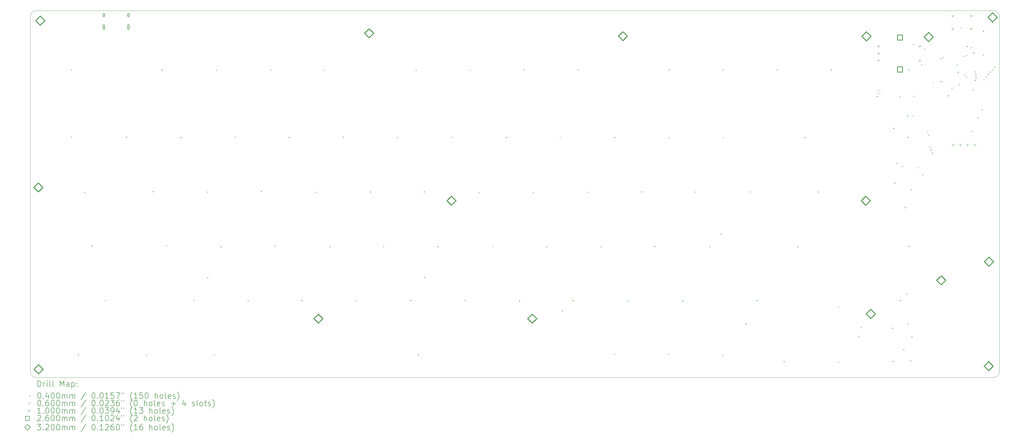
<source format=gbr>
%TF.GenerationSoftware,KiCad,Pcbnew,7.0.7*%
%TF.CreationDate,2023-10-13T15:10:30-04:00*%
%TF.ProjectId,Model A-1.0,4d6f6465-6c20-4412-9d31-2e302e6b6963,1.0*%
%TF.SameCoordinates,Original*%
%TF.FileFunction,Drillmap*%
%TF.FilePolarity,Positive*%
%FSLAX45Y45*%
G04 Gerber Fmt 4.5, Leading zero omitted, Abs format (unit mm)*
G04 Created by KiCad (PCBNEW 7.0.7) date 2023-10-13 15:10:30*
%MOMM*%
%LPD*%
G01*
G04 APERTURE LIST*
%ADD10C,0.100000*%
%ADD11C,0.200000*%
%ADD12C,0.040000*%
%ADD13C,0.060000*%
%ADD14C,0.260000*%
%ADD15C,0.320000*%
G04 APERTURE END LIST*
D10*
X3723500Y-16272500D02*
G75*
G03*
X3923500Y-16472500I200000J0D01*
G01*
X3923500Y-3572500D02*
G75*
G03*
X3723500Y-3772500I0J-200000D01*
G01*
X37523500Y-16472500D02*
G75*
G03*
X37723500Y-16272500I0J200000D01*
G01*
X3923500Y-3572500D02*
X37523500Y-3572500D01*
X3723500Y-16272500D02*
X3723500Y-3772500D01*
X37723500Y-3772500D02*
X37723500Y-16272500D01*
X37723500Y-3772500D02*
G75*
G03*
X37523500Y-3572500I-200000J0D01*
G01*
X37523500Y-16472500D02*
X3923500Y-16472500D01*
D11*
D12*
X5133000Y-5641500D02*
X5173000Y-5681500D01*
X5173000Y-5641500D02*
X5133000Y-5681500D01*
X5136500Y-8000000D02*
X5176500Y-8040000D01*
X5176500Y-8000000D02*
X5136500Y-8040000D01*
X5383000Y-15651000D02*
X5423000Y-15691000D01*
X5423000Y-15651000D02*
X5383000Y-15691000D01*
X5603000Y-9947000D02*
X5643000Y-9987000D01*
X5643000Y-9947000D02*
X5603000Y-9987000D01*
X5855500Y-11824000D02*
X5895500Y-11864000D01*
X5895500Y-11824000D02*
X5855500Y-11864000D01*
X6340000Y-13743000D02*
X6380000Y-13783000D01*
X6380000Y-13743000D02*
X6340000Y-13783000D01*
X7064500Y-8005000D02*
X7104500Y-8045000D01*
X7104500Y-8005000D02*
X7064500Y-8045000D01*
X7776500Y-15666000D02*
X7816500Y-15706000D01*
X7816500Y-15666000D02*
X7776500Y-15706000D01*
X8008500Y-9915000D02*
X8048500Y-9955000D01*
X8048500Y-9915000D02*
X8008500Y-9955000D01*
X8323500Y-5637000D02*
X8363500Y-5677000D01*
X8363500Y-5637000D02*
X8323500Y-5677000D01*
X8469500Y-11830000D02*
X8509500Y-11870000D01*
X8509500Y-11830000D02*
X8469500Y-11870000D01*
X8966000Y-8016000D02*
X9006000Y-8056000D01*
X9006000Y-8016000D02*
X8966000Y-8056000D01*
X9437000Y-13743000D02*
X9477000Y-13783000D01*
X9477000Y-13743000D02*
X9437000Y-13783000D01*
X9909500Y-9933500D02*
X9949500Y-9973500D01*
X9949500Y-9933500D02*
X9909500Y-9973500D01*
X9921000Y-12943500D02*
X9961000Y-12983500D01*
X9961000Y-12943500D02*
X9921000Y-12983500D01*
X10157000Y-15661500D02*
X10197000Y-15701500D01*
X10197000Y-15661500D02*
X10157000Y-15701500D01*
X10231500Y-5646000D02*
X10271500Y-5686000D01*
X10271500Y-5646000D02*
X10231500Y-5686000D01*
X10388000Y-11856000D02*
X10428000Y-11896000D01*
X10428000Y-11856000D02*
X10388000Y-11896000D01*
X10889500Y-8002500D02*
X10929500Y-8042500D01*
X10929500Y-8002500D02*
X10889500Y-8042500D01*
X11338000Y-13747500D02*
X11378000Y-13787500D01*
X11378000Y-13747500D02*
X11338000Y-13787500D01*
X11801500Y-9908500D02*
X11841500Y-9948500D01*
X11841500Y-9908500D02*
X11801500Y-9948500D01*
X12130500Y-5646000D02*
X12170500Y-5686000D01*
X12170500Y-5646000D02*
X12130500Y-5686000D01*
X12291500Y-11828500D02*
X12331500Y-11868500D01*
X12331500Y-11828500D02*
X12291500Y-11868500D01*
X12777000Y-8009500D02*
X12817000Y-8049500D01*
X12817000Y-8009500D02*
X12777000Y-8049500D01*
X13228000Y-13745000D02*
X13268000Y-13785000D01*
X13268000Y-13745000D02*
X13228000Y-13785000D01*
X13727500Y-9938000D02*
X13767500Y-9978000D01*
X13767500Y-9938000D02*
X13727500Y-9978000D01*
X14008500Y-5650500D02*
X14048500Y-5690500D01*
X14048500Y-5650500D02*
X14008500Y-5690500D01*
X14204000Y-11863500D02*
X14244000Y-11903500D01*
X14244000Y-11863500D02*
X14204000Y-11903500D01*
X14678000Y-7998000D02*
X14718000Y-8038000D01*
X14718000Y-7998000D02*
X14678000Y-8038000D01*
X15133500Y-13747500D02*
X15173500Y-13787500D01*
X15173500Y-13747500D02*
X15133500Y-13787500D01*
X15631000Y-9926500D02*
X15671000Y-9966500D01*
X15671000Y-9926500D02*
X15631000Y-9966500D01*
X16092000Y-11845500D02*
X16132000Y-11885500D01*
X16132000Y-11845500D02*
X16092000Y-11885500D01*
X16572500Y-8007000D02*
X16612500Y-8047000D01*
X16612500Y-8007000D02*
X16572500Y-8047000D01*
X17037000Y-13745000D02*
X17077000Y-13785000D01*
X17077000Y-13745000D02*
X17037000Y-13785000D01*
X17231000Y-5641500D02*
X17271000Y-5681500D01*
X17271000Y-5641500D02*
X17231000Y-5681500D01*
X17305000Y-15656500D02*
X17345000Y-15696500D01*
X17345000Y-15656500D02*
X17305000Y-15696500D01*
X17518500Y-9922000D02*
X17558500Y-9962000D01*
X17558500Y-9922000D02*
X17518500Y-9962000D01*
X17531000Y-12933000D02*
X17571000Y-12973000D01*
X17571000Y-12933000D02*
X17531000Y-12973000D01*
X17989000Y-11850000D02*
X18029000Y-11890000D01*
X18029000Y-11850000D02*
X17989000Y-11890000D01*
X18494000Y-8009500D02*
X18534000Y-8049500D01*
X18534000Y-8009500D02*
X18494000Y-8049500D01*
X18951500Y-13740500D02*
X18991500Y-13780500D01*
X18991500Y-13740500D02*
X18951500Y-13780500D01*
X19125500Y-5643500D02*
X19165500Y-5683500D01*
X19165500Y-5643500D02*
X19125500Y-5683500D01*
X19442500Y-9951500D02*
X19482500Y-9991500D01*
X19482500Y-9951500D02*
X19442500Y-9991500D01*
X19921500Y-11850000D02*
X19961500Y-11890000D01*
X19961500Y-11850000D02*
X19921500Y-11890000D01*
X20402000Y-8014000D02*
X20442000Y-8054000D01*
X20442000Y-8014000D02*
X20402000Y-8054000D01*
X20862000Y-13756500D02*
X20902000Y-13796500D01*
X20902000Y-13756500D02*
X20862000Y-13796500D01*
X21019500Y-5641500D02*
X21059500Y-5681500D01*
X21059500Y-5641500D02*
X21019500Y-5681500D01*
X21345500Y-9947000D02*
X21385500Y-9987000D01*
X21385500Y-9947000D02*
X21345500Y-9987000D01*
X21812500Y-11865000D02*
X21852500Y-11905000D01*
X21852500Y-11865000D02*
X21812500Y-11905000D01*
X22291500Y-8014000D02*
X22331500Y-8054000D01*
X22331500Y-8014000D02*
X22291500Y-8054000D01*
X22367000Y-14109500D02*
X22407000Y-14149500D01*
X22407000Y-14109500D02*
X22367000Y-14149500D01*
X22747000Y-13754500D02*
X22787000Y-13794500D01*
X22787000Y-13754500D02*
X22747000Y-13794500D01*
X22923000Y-5630000D02*
X22963000Y-5670000D01*
X22963000Y-5630000D02*
X22923000Y-5670000D01*
X23242500Y-9942500D02*
X23282500Y-9982500D01*
X23282500Y-9942500D02*
X23242500Y-9982500D01*
X23717500Y-11865000D02*
X23757500Y-11905000D01*
X23757500Y-11865000D02*
X23717500Y-11905000D01*
X24190500Y-8014000D02*
X24230500Y-8054000D01*
X24230500Y-8014000D02*
X24190500Y-8054000D01*
X24191000Y-15641000D02*
X24231000Y-15681000D01*
X24231000Y-15641000D02*
X24191000Y-15681000D01*
X24675500Y-13761000D02*
X24715500Y-13801000D01*
X24715500Y-13761000D02*
X24675500Y-13801000D01*
X25145500Y-9924000D02*
X25185500Y-9964000D01*
X25185500Y-9924000D02*
X25145500Y-9964000D01*
X25609000Y-11848500D02*
X25649000Y-11888500D01*
X25649000Y-11848500D02*
X25609000Y-11888500D01*
X26091000Y-15636000D02*
X26131000Y-15676000D01*
X26131000Y-15636000D02*
X26091000Y-15676000D01*
X26098500Y-8016000D02*
X26138500Y-8056000D01*
X26138500Y-8016000D02*
X26098500Y-8056000D01*
X26111000Y-5632500D02*
X26151000Y-5672500D01*
X26151000Y-5632500D02*
X26111000Y-5672500D01*
X26585500Y-13768000D02*
X26625500Y-13808000D01*
X26625500Y-13768000D02*
X26585500Y-13808000D01*
X27031000Y-9929000D02*
X27071000Y-9969000D01*
X27071000Y-9929000D02*
X27031000Y-9969000D01*
X27538000Y-11851500D02*
X27578000Y-11891500D01*
X27578000Y-11851500D02*
X27538000Y-11891500D01*
X27940000Y-11411500D02*
X27980000Y-11451500D01*
X27980000Y-11411500D02*
X27940000Y-11451500D01*
X27996000Y-15661500D02*
X28036000Y-15701500D01*
X28036000Y-15661500D02*
X27996000Y-15701500D01*
X27999500Y-8014000D02*
X28039500Y-8054000D01*
X28039500Y-8014000D02*
X27999500Y-8054000D01*
X28001000Y-5629500D02*
X28041000Y-5669500D01*
X28041000Y-5629500D02*
X28001000Y-5669500D01*
X28811500Y-14566000D02*
X28851500Y-14606000D01*
X28851500Y-14566000D02*
X28811500Y-14606000D01*
X28954500Y-9922000D02*
X28994500Y-9962000D01*
X28994500Y-9922000D02*
X28954500Y-9962000D01*
X29199000Y-13745000D02*
X29239000Y-13785000D01*
X29239000Y-13745000D02*
X29199000Y-13785000D01*
X29911000Y-5629500D02*
X29951000Y-5669500D01*
X29951000Y-5629500D02*
X29911000Y-5669500D01*
X30142500Y-15887500D02*
X30182500Y-15927500D01*
X30182500Y-15887500D02*
X30142500Y-15927500D01*
X30624500Y-11852500D02*
X30664500Y-11892500D01*
X30664500Y-11852500D02*
X30624500Y-11892500D01*
X30868500Y-8018500D02*
X30908500Y-8058500D01*
X30908500Y-8018500D02*
X30868500Y-8058500D01*
X31346500Y-9926500D02*
X31386500Y-9966500D01*
X31386500Y-9926500D02*
X31346500Y-9966500D01*
X31797000Y-5636000D02*
X31837000Y-5676000D01*
X31837000Y-5636000D02*
X31797000Y-5676000D01*
X32052500Y-15898000D02*
X32092500Y-15938000D01*
X32092500Y-15898000D02*
X32052500Y-15938000D01*
X32056000Y-13980000D02*
X32096000Y-14020000D01*
X32096000Y-13980000D02*
X32056000Y-14020000D01*
X32770500Y-15018000D02*
X32810500Y-15058000D01*
X32810500Y-15018000D02*
X32770500Y-15058000D01*
X32852500Y-14688000D02*
X32892500Y-14728000D01*
X32892500Y-14688000D02*
X32852500Y-14728000D01*
X33413550Y-6575000D02*
X33453550Y-6615000D01*
X33453550Y-6575000D02*
X33413550Y-6615000D01*
X33458550Y-6460072D02*
X33498550Y-6500072D01*
X33498550Y-6460072D02*
X33458550Y-6500072D01*
X33503550Y-6362500D02*
X33543550Y-6402500D01*
X33543550Y-6362500D02*
X33503550Y-6402500D01*
X33946500Y-14720000D02*
X33986500Y-14760000D01*
X33986500Y-14720000D02*
X33946500Y-14760000D01*
X33963000Y-15887500D02*
X34003000Y-15927500D01*
X34003000Y-15887500D02*
X33963000Y-15927500D01*
X33988000Y-7693000D02*
X34028000Y-7733000D01*
X34028000Y-7693000D02*
X33988000Y-7733000D01*
X34032500Y-9613500D02*
X34072500Y-9653500D01*
X34072500Y-9613500D02*
X34032500Y-9653500D01*
X34097500Y-8925500D02*
X34137500Y-8965500D01*
X34137500Y-8925500D02*
X34097500Y-8965500D01*
X34217000Y-6580500D02*
X34257000Y-6620500D01*
X34257000Y-6580500D02*
X34217000Y-6620500D01*
X34226500Y-13746000D02*
X34266500Y-13786000D01*
X34266500Y-13746000D02*
X34226500Y-13786000D01*
X34296000Y-9024500D02*
X34336000Y-9064500D01*
X34336000Y-9024500D02*
X34296000Y-9064500D01*
X34347000Y-15480000D02*
X34387000Y-15520000D01*
X34387000Y-15480000D02*
X34347000Y-15520000D01*
X34393000Y-10478500D02*
X34433000Y-10518500D01*
X34433000Y-10478500D02*
X34393000Y-10518500D01*
X34449500Y-13513500D02*
X34489500Y-13553500D01*
X34489500Y-13513500D02*
X34449500Y-13553500D01*
X34475500Y-7248500D02*
X34515500Y-7288500D01*
X34515500Y-7248500D02*
X34475500Y-7288500D01*
X34486500Y-8006000D02*
X34526500Y-8046000D01*
X34526500Y-8006000D02*
X34486500Y-8046000D01*
X34497500Y-14560000D02*
X34537500Y-14600000D01*
X34537500Y-14560000D02*
X34497500Y-14600000D01*
X34516500Y-5633500D02*
X34556500Y-5673500D01*
X34556500Y-5633500D02*
X34516500Y-5673500D01*
X34526500Y-11834000D02*
X34566500Y-11874000D01*
X34566500Y-11834000D02*
X34526500Y-11874000D01*
X34581327Y-15860833D02*
X34621327Y-15900833D01*
X34621327Y-15860833D02*
X34581327Y-15900833D01*
X34607500Y-9846000D02*
X34647500Y-9886000D01*
X34647500Y-9846000D02*
X34607500Y-9886000D01*
X34628000Y-15026000D02*
X34668000Y-15066000D01*
X34668000Y-15026000D02*
X34628000Y-15066000D01*
X34680500Y-7238500D02*
X34720500Y-7278500D01*
X34720500Y-7238500D02*
X34680500Y-7278500D01*
X34689500Y-4752500D02*
X34729500Y-4792500D01*
X34729500Y-4752500D02*
X34689500Y-4792500D01*
X34703500Y-6560000D02*
X34743500Y-6600000D01*
X34743500Y-6560000D02*
X34703500Y-6600000D01*
X34840000Y-9072500D02*
X34880000Y-9112500D01*
X34880000Y-9072500D02*
X34840000Y-9112500D01*
X34971000Y-5461000D02*
X35011000Y-5501000D01*
X35011000Y-5461000D02*
X34971000Y-5501000D01*
X35008118Y-9319618D02*
X35048118Y-9359618D01*
X35048118Y-9319618D02*
X35008118Y-9359618D01*
X35071000Y-4909000D02*
X35111000Y-4949000D01*
X35111000Y-4909000D02*
X35071000Y-4949000D01*
X35170450Y-7836500D02*
X35210450Y-7876500D01*
X35210450Y-7836500D02*
X35170450Y-7876500D01*
X35215450Y-7935063D02*
X35255450Y-7975063D01*
X35255450Y-7935063D02*
X35215450Y-7975063D01*
X35260450Y-8356500D02*
X35300450Y-8396500D01*
X35300450Y-8356500D02*
X35260450Y-8396500D01*
X35305450Y-8456155D02*
X35345450Y-8496155D01*
X35345450Y-8456155D02*
X35305450Y-8496155D01*
X35350450Y-8555881D02*
X35390450Y-8595881D01*
X35390450Y-8555881D02*
X35350450Y-8595881D01*
X35381000Y-6084000D02*
X35421000Y-6124000D01*
X35421000Y-6084000D02*
X35381000Y-6124000D01*
X35637950Y-5241950D02*
X35677950Y-5281950D01*
X35677950Y-5241950D02*
X35637950Y-5281950D01*
X35664680Y-6050680D02*
X35704680Y-6090680D01*
X35704680Y-6050680D02*
X35664680Y-6090680D01*
X35734500Y-5196950D02*
X35774500Y-5236950D01*
X35774500Y-5196950D02*
X35734500Y-5236950D01*
X35898000Y-6546000D02*
X35938000Y-6586000D01*
X35938000Y-6546000D02*
X35898000Y-6586000D01*
X36036031Y-6279698D02*
X36076031Y-6319698D01*
X36076031Y-6279698D02*
X36036031Y-6319698D01*
X36218780Y-5470500D02*
X36258780Y-5510500D01*
X36258780Y-5470500D02*
X36218780Y-5510500D01*
X36254000Y-5724500D02*
X36294000Y-5764500D01*
X36294000Y-5724500D02*
X36254000Y-5764500D01*
X36291230Y-6144730D02*
X36331230Y-6184730D01*
X36331230Y-6144730D02*
X36291230Y-6184730D01*
X36369000Y-4174000D02*
X36409000Y-4214000D01*
X36409000Y-4174000D02*
X36369000Y-4214000D01*
X36444000Y-5159000D02*
X36484000Y-5199000D01*
X36484000Y-5159000D02*
X36444000Y-5199000D01*
X36487203Y-5818740D02*
X36527203Y-5858740D01*
X36527203Y-5818740D02*
X36487203Y-5858740D01*
X36553520Y-5893520D02*
X36593520Y-5933520D01*
X36593520Y-5893520D02*
X36553520Y-5933520D01*
X36566500Y-4806500D02*
X36606500Y-4846500D01*
X36606500Y-4806500D02*
X36566500Y-4846500D01*
X36566500Y-5128000D02*
X36606500Y-5168000D01*
X36606500Y-5128000D02*
X36566500Y-5168000D01*
X36716000Y-4851500D02*
X36756000Y-4891500D01*
X36756000Y-4851500D02*
X36716000Y-4891500D01*
X36733500Y-7799000D02*
X36773500Y-7839000D01*
X36773500Y-7799000D02*
X36733500Y-7839000D01*
X36772540Y-6326500D02*
X36812540Y-6366500D01*
X36812540Y-6326500D02*
X36772540Y-6366500D01*
X36797500Y-5034000D02*
X36837500Y-5074000D01*
X36837500Y-5034000D02*
X36797500Y-5074000D01*
X36847079Y-6000232D02*
X36887079Y-6040232D01*
X36887079Y-6000232D02*
X36847079Y-6040232D01*
X36852500Y-5700000D02*
X36892500Y-5740000D01*
X36892500Y-5700000D02*
X36852500Y-5740000D01*
X36872490Y-5805824D02*
X36912490Y-5845824D01*
X36912490Y-5805824D02*
X36872490Y-5845824D01*
X36879111Y-5905554D02*
X36919111Y-5945554D01*
X36919111Y-5905554D02*
X36879111Y-5945554D01*
X36951000Y-7322000D02*
X36991000Y-7362000D01*
X36991000Y-7322000D02*
X36951000Y-7362000D01*
X37094500Y-7038000D02*
X37134500Y-7078000D01*
X37134500Y-7038000D02*
X37094500Y-7078000D01*
X37137500Y-5111500D02*
X37177500Y-5151500D01*
X37177500Y-5111500D02*
X37137500Y-5151500D01*
X37144000Y-4276500D02*
X37184000Y-4316500D01*
X37184000Y-4276500D02*
X37144000Y-4316500D01*
X37160080Y-5981230D02*
X37200080Y-6021230D01*
X37200080Y-5981230D02*
X37160080Y-6021230D01*
X37238000Y-5870440D02*
X37278000Y-5910440D01*
X37278000Y-5870440D02*
X37238000Y-5910440D01*
X37312448Y-5790430D02*
X37352448Y-5830430D01*
X37352448Y-5790430D02*
X37312448Y-5830430D01*
X37386202Y-5710420D02*
X37426202Y-5750420D01*
X37426202Y-5710420D02*
X37386202Y-5750420D01*
X37468892Y-5630410D02*
X37508892Y-5670410D01*
X37508892Y-5630410D02*
X37468892Y-5670410D01*
X37543500Y-5536500D02*
X37583500Y-5576500D01*
X37583500Y-5536500D02*
X37543500Y-5576500D01*
D13*
X6326500Y-3732000D02*
G75*
G03*
X6326500Y-3732000I-30000J0D01*
G01*
D11*
X6326500Y-3762000D02*
X6326500Y-3702000D01*
X6326500Y-3702000D02*
G75*
G03*
X6266500Y-3702000I-30000J0D01*
G01*
X6266500Y-3702000D02*
X6266500Y-3762000D01*
X6266500Y-3762000D02*
G75*
G03*
X6326500Y-3762000I30000J0D01*
G01*
D13*
X6326500Y-4150000D02*
G75*
G03*
X6326500Y-4150000I-30000J0D01*
G01*
D11*
X6326500Y-4205000D02*
X6326500Y-4095000D01*
X6326500Y-4095000D02*
G75*
G03*
X6266500Y-4095000I-30000J0D01*
G01*
X6266500Y-4095000D02*
X6266500Y-4205000D01*
X6266500Y-4205000D02*
G75*
G03*
X6326500Y-4205000I30000J0D01*
G01*
D13*
X7190500Y-3732000D02*
G75*
G03*
X7190500Y-3732000I-30000J0D01*
G01*
D11*
X7190500Y-3762000D02*
X7190500Y-3702000D01*
X7190500Y-3702000D02*
G75*
G03*
X7130500Y-3702000I-30000J0D01*
G01*
X7130500Y-3702000D02*
X7130500Y-3762000D01*
X7130500Y-3762000D02*
G75*
G03*
X7190500Y-3762000I30000J0D01*
G01*
D13*
X7190500Y-4150000D02*
G75*
G03*
X7190500Y-4150000I-30000J0D01*
G01*
D11*
X7190500Y-4205000D02*
X7190500Y-4095000D01*
X7190500Y-4095000D02*
G75*
G03*
X7130500Y-4095000I-30000J0D01*
G01*
X7130500Y-4095000D02*
X7130500Y-4205000D01*
X7130500Y-4205000D02*
G75*
G03*
X7190500Y-4205000I30000J0D01*
G01*
D10*
X33480500Y-4775500D02*
X33480500Y-4875500D01*
X33430500Y-4825500D02*
X33530500Y-4825500D01*
X33480500Y-5025500D02*
X33480500Y-5125500D01*
X33430500Y-5075500D02*
X33530500Y-5075500D01*
X33480500Y-5275500D02*
X33480500Y-5375500D01*
X33430500Y-5325500D02*
X33530500Y-5325500D01*
X34930500Y-4775500D02*
X34930500Y-4875500D01*
X34880500Y-4825500D02*
X34980500Y-4825500D01*
X34930500Y-5275500D02*
X34930500Y-5375500D01*
X34880500Y-5325500D02*
X34980500Y-5325500D01*
X36079000Y-3712500D02*
X36079000Y-3812500D01*
X36029000Y-3762500D02*
X36129000Y-3762500D01*
X36079000Y-4162500D02*
X36079000Y-4262500D01*
X36029000Y-4212500D02*
X36129000Y-4212500D01*
X36094500Y-8245000D02*
X36094500Y-8345000D01*
X36044500Y-8295000D02*
X36144500Y-8295000D01*
X36348500Y-8245000D02*
X36348500Y-8345000D01*
X36298500Y-8295000D02*
X36398500Y-8295000D01*
X36602500Y-8245000D02*
X36602500Y-8345000D01*
X36552500Y-8295000D02*
X36652500Y-8295000D01*
X36729000Y-3712500D02*
X36729000Y-3812500D01*
X36679000Y-3762500D02*
X36779000Y-3762500D01*
X36729000Y-4162500D02*
X36729000Y-4262500D01*
X36679000Y-4212500D02*
X36779000Y-4212500D01*
X36856500Y-8245000D02*
X36856500Y-8345000D01*
X36806500Y-8295000D02*
X36906500Y-8295000D01*
D14*
X34322425Y-4607425D02*
X34322425Y-4423575D01*
X34138575Y-4423575D01*
X34138575Y-4607425D01*
X34322425Y-4607425D01*
X34322425Y-5727425D02*
X34322425Y-5543575D01*
X34138575Y-5543575D01*
X34138575Y-5727425D01*
X34322425Y-5727425D01*
D15*
X3997000Y-9951500D02*
X4157000Y-9791500D01*
X3997000Y-9631500D01*
X3837000Y-9791500D01*
X3997000Y-9951500D01*
X4006500Y-16348000D02*
X4166500Y-16188000D01*
X4006500Y-16028000D01*
X3846500Y-16188000D01*
X4006500Y-16348000D01*
X4067000Y-4085000D02*
X4227000Y-3925000D01*
X4067000Y-3765000D01*
X3907000Y-3925000D01*
X4067000Y-4085000D01*
X13825000Y-14565500D02*
X13985000Y-14405500D01*
X13825000Y-14245500D01*
X13665000Y-14405500D01*
X13825000Y-14565500D01*
X15609000Y-4532000D02*
X15769000Y-4372000D01*
X15609000Y-4212000D01*
X15449000Y-4372000D01*
X15609000Y-4532000D01*
X18497500Y-10419500D02*
X18657500Y-10259500D01*
X18497500Y-10099500D01*
X18337500Y-10259500D01*
X18497500Y-10419500D01*
X21329000Y-14565500D02*
X21489000Y-14405500D01*
X21329000Y-14245500D01*
X21169000Y-14405500D01*
X21329000Y-14565500D01*
X24510000Y-4633500D02*
X24670000Y-4473500D01*
X24510000Y-4313500D01*
X24350000Y-4473500D01*
X24510000Y-4633500D01*
X33035000Y-10421000D02*
X33195000Y-10261000D01*
X33035000Y-10101000D01*
X32875000Y-10261000D01*
X33035000Y-10421000D01*
X33057500Y-4638500D02*
X33217500Y-4478500D01*
X33057500Y-4318500D01*
X32897500Y-4478500D01*
X33057500Y-4638500D01*
X33207500Y-14402500D02*
X33367500Y-14242500D01*
X33207500Y-14082500D01*
X33047500Y-14242500D01*
X33207500Y-14402500D01*
X35238500Y-4666500D02*
X35398500Y-4506500D01*
X35238500Y-4346500D01*
X35078500Y-4506500D01*
X35238500Y-4666500D01*
X35682000Y-13218500D02*
X35842000Y-13058500D01*
X35682000Y-12898500D01*
X35522000Y-13058500D01*
X35682000Y-13218500D01*
X37345500Y-16234000D02*
X37505500Y-16074000D01*
X37345500Y-15914000D01*
X37185500Y-16074000D01*
X37345500Y-16234000D01*
X37357500Y-12565500D02*
X37517500Y-12405500D01*
X37357500Y-12245500D01*
X37197500Y-12405500D01*
X37357500Y-12565500D01*
X37486000Y-3970500D02*
X37646000Y-3810500D01*
X37486000Y-3650500D01*
X37326000Y-3810500D01*
X37486000Y-3970500D01*
D11*
X3979277Y-16788984D02*
X3979277Y-16588984D01*
X3979277Y-16588984D02*
X4026896Y-16588984D01*
X4026896Y-16588984D02*
X4055467Y-16598508D01*
X4055467Y-16598508D02*
X4074515Y-16617555D01*
X4074515Y-16617555D02*
X4084039Y-16636603D01*
X4084039Y-16636603D02*
X4093562Y-16674698D01*
X4093562Y-16674698D02*
X4093562Y-16703269D01*
X4093562Y-16703269D02*
X4084039Y-16741365D01*
X4084039Y-16741365D02*
X4074515Y-16760412D01*
X4074515Y-16760412D02*
X4055467Y-16779460D01*
X4055467Y-16779460D02*
X4026896Y-16788984D01*
X4026896Y-16788984D02*
X3979277Y-16788984D01*
X4179277Y-16788984D02*
X4179277Y-16655650D01*
X4179277Y-16693746D02*
X4188801Y-16674698D01*
X4188801Y-16674698D02*
X4198324Y-16665174D01*
X4198324Y-16665174D02*
X4217372Y-16655650D01*
X4217372Y-16655650D02*
X4236420Y-16655650D01*
X4303086Y-16788984D02*
X4303086Y-16655650D01*
X4303086Y-16588984D02*
X4293563Y-16598508D01*
X4293563Y-16598508D02*
X4303086Y-16608031D01*
X4303086Y-16608031D02*
X4312610Y-16598508D01*
X4312610Y-16598508D02*
X4303086Y-16588984D01*
X4303086Y-16588984D02*
X4303086Y-16608031D01*
X4426896Y-16788984D02*
X4407848Y-16779460D01*
X4407848Y-16779460D02*
X4398324Y-16760412D01*
X4398324Y-16760412D02*
X4398324Y-16588984D01*
X4531658Y-16788984D02*
X4512610Y-16779460D01*
X4512610Y-16779460D02*
X4503086Y-16760412D01*
X4503086Y-16760412D02*
X4503086Y-16588984D01*
X4760229Y-16788984D02*
X4760229Y-16588984D01*
X4760229Y-16588984D02*
X4826896Y-16731841D01*
X4826896Y-16731841D02*
X4893563Y-16588984D01*
X4893563Y-16588984D02*
X4893563Y-16788984D01*
X5074515Y-16788984D02*
X5074515Y-16684222D01*
X5074515Y-16684222D02*
X5064991Y-16665174D01*
X5064991Y-16665174D02*
X5045944Y-16655650D01*
X5045944Y-16655650D02*
X5007848Y-16655650D01*
X5007848Y-16655650D02*
X4988801Y-16665174D01*
X5074515Y-16779460D02*
X5055467Y-16788984D01*
X5055467Y-16788984D02*
X5007848Y-16788984D01*
X5007848Y-16788984D02*
X4988801Y-16779460D01*
X4988801Y-16779460D02*
X4979277Y-16760412D01*
X4979277Y-16760412D02*
X4979277Y-16741365D01*
X4979277Y-16741365D02*
X4988801Y-16722317D01*
X4988801Y-16722317D02*
X5007848Y-16712793D01*
X5007848Y-16712793D02*
X5055467Y-16712793D01*
X5055467Y-16712793D02*
X5074515Y-16703269D01*
X5169753Y-16655650D02*
X5169753Y-16855650D01*
X5169753Y-16665174D02*
X5188801Y-16655650D01*
X5188801Y-16655650D02*
X5226896Y-16655650D01*
X5226896Y-16655650D02*
X5245944Y-16665174D01*
X5245944Y-16665174D02*
X5255467Y-16674698D01*
X5255467Y-16674698D02*
X5264991Y-16693746D01*
X5264991Y-16693746D02*
X5264991Y-16750888D01*
X5264991Y-16750888D02*
X5255467Y-16769936D01*
X5255467Y-16769936D02*
X5245944Y-16779460D01*
X5245944Y-16779460D02*
X5226896Y-16788984D01*
X5226896Y-16788984D02*
X5188801Y-16788984D01*
X5188801Y-16788984D02*
X5169753Y-16779460D01*
X5350705Y-16769936D02*
X5360229Y-16779460D01*
X5360229Y-16779460D02*
X5350705Y-16788984D01*
X5350705Y-16788984D02*
X5341182Y-16779460D01*
X5341182Y-16779460D02*
X5350705Y-16769936D01*
X5350705Y-16769936D02*
X5350705Y-16788984D01*
X5350705Y-16665174D02*
X5360229Y-16674698D01*
X5360229Y-16674698D02*
X5350705Y-16684222D01*
X5350705Y-16684222D02*
X5341182Y-16674698D01*
X5341182Y-16674698D02*
X5350705Y-16665174D01*
X5350705Y-16665174D02*
X5350705Y-16684222D01*
D12*
X3678500Y-17097500D02*
X3718500Y-17137500D01*
X3718500Y-17097500D02*
X3678500Y-17137500D01*
D11*
X4017372Y-17008984D02*
X4036420Y-17008984D01*
X4036420Y-17008984D02*
X4055467Y-17018508D01*
X4055467Y-17018508D02*
X4064991Y-17028031D01*
X4064991Y-17028031D02*
X4074515Y-17047079D01*
X4074515Y-17047079D02*
X4084039Y-17085174D01*
X4084039Y-17085174D02*
X4084039Y-17132793D01*
X4084039Y-17132793D02*
X4074515Y-17170889D01*
X4074515Y-17170889D02*
X4064991Y-17189936D01*
X4064991Y-17189936D02*
X4055467Y-17199460D01*
X4055467Y-17199460D02*
X4036420Y-17208984D01*
X4036420Y-17208984D02*
X4017372Y-17208984D01*
X4017372Y-17208984D02*
X3998324Y-17199460D01*
X3998324Y-17199460D02*
X3988801Y-17189936D01*
X3988801Y-17189936D02*
X3979277Y-17170889D01*
X3979277Y-17170889D02*
X3969753Y-17132793D01*
X3969753Y-17132793D02*
X3969753Y-17085174D01*
X3969753Y-17085174D02*
X3979277Y-17047079D01*
X3979277Y-17047079D02*
X3988801Y-17028031D01*
X3988801Y-17028031D02*
X3998324Y-17018508D01*
X3998324Y-17018508D02*
X4017372Y-17008984D01*
X4169753Y-17189936D02*
X4179277Y-17199460D01*
X4179277Y-17199460D02*
X4169753Y-17208984D01*
X4169753Y-17208984D02*
X4160229Y-17199460D01*
X4160229Y-17199460D02*
X4169753Y-17189936D01*
X4169753Y-17189936D02*
X4169753Y-17208984D01*
X4350705Y-17075650D02*
X4350705Y-17208984D01*
X4303086Y-16999460D02*
X4255467Y-17142317D01*
X4255467Y-17142317D02*
X4379277Y-17142317D01*
X4493563Y-17008984D02*
X4512610Y-17008984D01*
X4512610Y-17008984D02*
X4531658Y-17018508D01*
X4531658Y-17018508D02*
X4541182Y-17028031D01*
X4541182Y-17028031D02*
X4550705Y-17047079D01*
X4550705Y-17047079D02*
X4560229Y-17085174D01*
X4560229Y-17085174D02*
X4560229Y-17132793D01*
X4560229Y-17132793D02*
X4550705Y-17170889D01*
X4550705Y-17170889D02*
X4541182Y-17189936D01*
X4541182Y-17189936D02*
X4531658Y-17199460D01*
X4531658Y-17199460D02*
X4512610Y-17208984D01*
X4512610Y-17208984D02*
X4493563Y-17208984D01*
X4493563Y-17208984D02*
X4474515Y-17199460D01*
X4474515Y-17199460D02*
X4464991Y-17189936D01*
X4464991Y-17189936D02*
X4455467Y-17170889D01*
X4455467Y-17170889D02*
X4445944Y-17132793D01*
X4445944Y-17132793D02*
X4445944Y-17085174D01*
X4445944Y-17085174D02*
X4455467Y-17047079D01*
X4455467Y-17047079D02*
X4464991Y-17028031D01*
X4464991Y-17028031D02*
X4474515Y-17018508D01*
X4474515Y-17018508D02*
X4493563Y-17008984D01*
X4684039Y-17008984D02*
X4703086Y-17008984D01*
X4703086Y-17008984D02*
X4722134Y-17018508D01*
X4722134Y-17018508D02*
X4731658Y-17028031D01*
X4731658Y-17028031D02*
X4741182Y-17047079D01*
X4741182Y-17047079D02*
X4750705Y-17085174D01*
X4750705Y-17085174D02*
X4750705Y-17132793D01*
X4750705Y-17132793D02*
X4741182Y-17170889D01*
X4741182Y-17170889D02*
X4731658Y-17189936D01*
X4731658Y-17189936D02*
X4722134Y-17199460D01*
X4722134Y-17199460D02*
X4703086Y-17208984D01*
X4703086Y-17208984D02*
X4684039Y-17208984D01*
X4684039Y-17208984D02*
X4664991Y-17199460D01*
X4664991Y-17199460D02*
X4655467Y-17189936D01*
X4655467Y-17189936D02*
X4645944Y-17170889D01*
X4645944Y-17170889D02*
X4636420Y-17132793D01*
X4636420Y-17132793D02*
X4636420Y-17085174D01*
X4636420Y-17085174D02*
X4645944Y-17047079D01*
X4645944Y-17047079D02*
X4655467Y-17028031D01*
X4655467Y-17028031D02*
X4664991Y-17018508D01*
X4664991Y-17018508D02*
X4684039Y-17008984D01*
X4836420Y-17208984D02*
X4836420Y-17075650D01*
X4836420Y-17094698D02*
X4845944Y-17085174D01*
X4845944Y-17085174D02*
X4864991Y-17075650D01*
X4864991Y-17075650D02*
X4893563Y-17075650D01*
X4893563Y-17075650D02*
X4912610Y-17085174D01*
X4912610Y-17085174D02*
X4922134Y-17104222D01*
X4922134Y-17104222D02*
X4922134Y-17208984D01*
X4922134Y-17104222D02*
X4931658Y-17085174D01*
X4931658Y-17085174D02*
X4950705Y-17075650D01*
X4950705Y-17075650D02*
X4979277Y-17075650D01*
X4979277Y-17075650D02*
X4998325Y-17085174D01*
X4998325Y-17085174D02*
X5007848Y-17104222D01*
X5007848Y-17104222D02*
X5007848Y-17208984D01*
X5103086Y-17208984D02*
X5103086Y-17075650D01*
X5103086Y-17094698D02*
X5112610Y-17085174D01*
X5112610Y-17085174D02*
X5131658Y-17075650D01*
X5131658Y-17075650D02*
X5160229Y-17075650D01*
X5160229Y-17075650D02*
X5179277Y-17085174D01*
X5179277Y-17085174D02*
X5188801Y-17104222D01*
X5188801Y-17104222D02*
X5188801Y-17208984D01*
X5188801Y-17104222D02*
X5198325Y-17085174D01*
X5198325Y-17085174D02*
X5217372Y-17075650D01*
X5217372Y-17075650D02*
X5245944Y-17075650D01*
X5245944Y-17075650D02*
X5264991Y-17085174D01*
X5264991Y-17085174D02*
X5274515Y-17104222D01*
X5274515Y-17104222D02*
X5274515Y-17208984D01*
X5664991Y-16999460D02*
X5493563Y-17256603D01*
X5922134Y-17008984D02*
X5941182Y-17008984D01*
X5941182Y-17008984D02*
X5960229Y-17018508D01*
X5960229Y-17018508D02*
X5969753Y-17028031D01*
X5969753Y-17028031D02*
X5979277Y-17047079D01*
X5979277Y-17047079D02*
X5988801Y-17085174D01*
X5988801Y-17085174D02*
X5988801Y-17132793D01*
X5988801Y-17132793D02*
X5979277Y-17170889D01*
X5979277Y-17170889D02*
X5969753Y-17189936D01*
X5969753Y-17189936D02*
X5960229Y-17199460D01*
X5960229Y-17199460D02*
X5941182Y-17208984D01*
X5941182Y-17208984D02*
X5922134Y-17208984D01*
X5922134Y-17208984D02*
X5903086Y-17199460D01*
X5903086Y-17199460D02*
X5893563Y-17189936D01*
X5893563Y-17189936D02*
X5884039Y-17170889D01*
X5884039Y-17170889D02*
X5874515Y-17132793D01*
X5874515Y-17132793D02*
X5874515Y-17085174D01*
X5874515Y-17085174D02*
X5884039Y-17047079D01*
X5884039Y-17047079D02*
X5893563Y-17028031D01*
X5893563Y-17028031D02*
X5903086Y-17018508D01*
X5903086Y-17018508D02*
X5922134Y-17008984D01*
X6074515Y-17189936D02*
X6084039Y-17199460D01*
X6084039Y-17199460D02*
X6074515Y-17208984D01*
X6074515Y-17208984D02*
X6064991Y-17199460D01*
X6064991Y-17199460D02*
X6074515Y-17189936D01*
X6074515Y-17189936D02*
X6074515Y-17208984D01*
X6207848Y-17008984D02*
X6226896Y-17008984D01*
X6226896Y-17008984D02*
X6245944Y-17018508D01*
X6245944Y-17018508D02*
X6255467Y-17028031D01*
X6255467Y-17028031D02*
X6264991Y-17047079D01*
X6264991Y-17047079D02*
X6274515Y-17085174D01*
X6274515Y-17085174D02*
X6274515Y-17132793D01*
X6274515Y-17132793D02*
X6264991Y-17170889D01*
X6264991Y-17170889D02*
X6255467Y-17189936D01*
X6255467Y-17189936D02*
X6245944Y-17199460D01*
X6245944Y-17199460D02*
X6226896Y-17208984D01*
X6226896Y-17208984D02*
X6207848Y-17208984D01*
X6207848Y-17208984D02*
X6188801Y-17199460D01*
X6188801Y-17199460D02*
X6179277Y-17189936D01*
X6179277Y-17189936D02*
X6169753Y-17170889D01*
X6169753Y-17170889D02*
X6160229Y-17132793D01*
X6160229Y-17132793D02*
X6160229Y-17085174D01*
X6160229Y-17085174D02*
X6169753Y-17047079D01*
X6169753Y-17047079D02*
X6179277Y-17028031D01*
X6179277Y-17028031D02*
X6188801Y-17018508D01*
X6188801Y-17018508D02*
X6207848Y-17008984D01*
X6464991Y-17208984D02*
X6350706Y-17208984D01*
X6407848Y-17208984D02*
X6407848Y-17008984D01*
X6407848Y-17008984D02*
X6388801Y-17037555D01*
X6388801Y-17037555D02*
X6369753Y-17056603D01*
X6369753Y-17056603D02*
X6350706Y-17066127D01*
X6645944Y-17008984D02*
X6550706Y-17008984D01*
X6550706Y-17008984D02*
X6541182Y-17104222D01*
X6541182Y-17104222D02*
X6550706Y-17094698D01*
X6550706Y-17094698D02*
X6569753Y-17085174D01*
X6569753Y-17085174D02*
X6617372Y-17085174D01*
X6617372Y-17085174D02*
X6636420Y-17094698D01*
X6636420Y-17094698D02*
X6645944Y-17104222D01*
X6645944Y-17104222D02*
X6655467Y-17123270D01*
X6655467Y-17123270D02*
X6655467Y-17170889D01*
X6655467Y-17170889D02*
X6645944Y-17189936D01*
X6645944Y-17189936D02*
X6636420Y-17199460D01*
X6636420Y-17199460D02*
X6617372Y-17208984D01*
X6617372Y-17208984D02*
X6569753Y-17208984D01*
X6569753Y-17208984D02*
X6550706Y-17199460D01*
X6550706Y-17199460D02*
X6541182Y-17189936D01*
X6722134Y-17008984D02*
X6855467Y-17008984D01*
X6855467Y-17008984D02*
X6769753Y-17208984D01*
X6922134Y-17008984D02*
X6922134Y-17047079D01*
X6998325Y-17008984D02*
X6998325Y-17047079D01*
X7293563Y-17285174D02*
X7284039Y-17275650D01*
X7284039Y-17275650D02*
X7264991Y-17247079D01*
X7264991Y-17247079D02*
X7255468Y-17228031D01*
X7255468Y-17228031D02*
X7245944Y-17199460D01*
X7245944Y-17199460D02*
X7236420Y-17151841D01*
X7236420Y-17151841D02*
X7236420Y-17113746D01*
X7236420Y-17113746D02*
X7245944Y-17066127D01*
X7245944Y-17066127D02*
X7255468Y-17037555D01*
X7255468Y-17037555D02*
X7264991Y-17018508D01*
X7264991Y-17018508D02*
X7284039Y-16989936D01*
X7284039Y-16989936D02*
X7293563Y-16980412D01*
X7474515Y-17208984D02*
X7360229Y-17208984D01*
X7417372Y-17208984D02*
X7417372Y-17008984D01*
X7417372Y-17008984D02*
X7398325Y-17037555D01*
X7398325Y-17037555D02*
X7379277Y-17056603D01*
X7379277Y-17056603D02*
X7360229Y-17066127D01*
X7655468Y-17008984D02*
X7560229Y-17008984D01*
X7560229Y-17008984D02*
X7550706Y-17104222D01*
X7550706Y-17104222D02*
X7560229Y-17094698D01*
X7560229Y-17094698D02*
X7579277Y-17085174D01*
X7579277Y-17085174D02*
X7626896Y-17085174D01*
X7626896Y-17085174D02*
X7645944Y-17094698D01*
X7645944Y-17094698D02*
X7655468Y-17104222D01*
X7655468Y-17104222D02*
X7664991Y-17123270D01*
X7664991Y-17123270D02*
X7664991Y-17170889D01*
X7664991Y-17170889D02*
X7655468Y-17189936D01*
X7655468Y-17189936D02*
X7645944Y-17199460D01*
X7645944Y-17199460D02*
X7626896Y-17208984D01*
X7626896Y-17208984D02*
X7579277Y-17208984D01*
X7579277Y-17208984D02*
X7560229Y-17199460D01*
X7560229Y-17199460D02*
X7550706Y-17189936D01*
X7788801Y-17008984D02*
X7807849Y-17008984D01*
X7807849Y-17008984D02*
X7826896Y-17018508D01*
X7826896Y-17018508D02*
X7836420Y-17028031D01*
X7836420Y-17028031D02*
X7845944Y-17047079D01*
X7845944Y-17047079D02*
X7855468Y-17085174D01*
X7855468Y-17085174D02*
X7855468Y-17132793D01*
X7855468Y-17132793D02*
X7845944Y-17170889D01*
X7845944Y-17170889D02*
X7836420Y-17189936D01*
X7836420Y-17189936D02*
X7826896Y-17199460D01*
X7826896Y-17199460D02*
X7807849Y-17208984D01*
X7807849Y-17208984D02*
X7788801Y-17208984D01*
X7788801Y-17208984D02*
X7769753Y-17199460D01*
X7769753Y-17199460D02*
X7760229Y-17189936D01*
X7760229Y-17189936D02*
X7750706Y-17170889D01*
X7750706Y-17170889D02*
X7741182Y-17132793D01*
X7741182Y-17132793D02*
X7741182Y-17085174D01*
X7741182Y-17085174D02*
X7750706Y-17047079D01*
X7750706Y-17047079D02*
X7760229Y-17028031D01*
X7760229Y-17028031D02*
X7769753Y-17018508D01*
X7769753Y-17018508D02*
X7788801Y-17008984D01*
X8093563Y-17208984D02*
X8093563Y-17008984D01*
X8179277Y-17208984D02*
X8179277Y-17104222D01*
X8179277Y-17104222D02*
X8169753Y-17085174D01*
X8169753Y-17085174D02*
X8150706Y-17075650D01*
X8150706Y-17075650D02*
X8122134Y-17075650D01*
X8122134Y-17075650D02*
X8103087Y-17085174D01*
X8103087Y-17085174D02*
X8093563Y-17094698D01*
X8303087Y-17208984D02*
X8284039Y-17199460D01*
X8284039Y-17199460D02*
X8274515Y-17189936D01*
X8274515Y-17189936D02*
X8264991Y-17170889D01*
X8264991Y-17170889D02*
X8264991Y-17113746D01*
X8264991Y-17113746D02*
X8274515Y-17094698D01*
X8274515Y-17094698D02*
X8284039Y-17085174D01*
X8284039Y-17085174D02*
X8303087Y-17075650D01*
X8303087Y-17075650D02*
X8331658Y-17075650D01*
X8331658Y-17075650D02*
X8350706Y-17085174D01*
X8350706Y-17085174D02*
X8360230Y-17094698D01*
X8360230Y-17094698D02*
X8369753Y-17113746D01*
X8369753Y-17113746D02*
X8369753Y-17170889D01*
X8369753Y-17170889D02*
X8360230Y-17189936D01*
X8360230Y-17189936D02*
X8350706Y-17199460D01*
X8350706Y-17199460D02*
X8331658Y-17208984D01*
X8331658Y-17208984D02*
X8303087Y-17208984D01*
X8484039Y-17208984D02*
X8464992Y-17199460D01*
X8464992Y-17199460D02*
X8455468Y-17180412D01*
X8455468Y-17180412D02*
X8455468Y-17008984D01*
X8636420Y-17199460D02*
X8617373Y-17208984D01*
X8617373Y-17208984D02*
X8579277Y-17208984D01*
X8579277Y-17208984D02*
X8560230Y-17199460D01*
X8560230Y-17199460D02*
X8550706Y-17180412D01*
X8550706Y-17180412D02*
X8550706Y-17104222D01*
X8550706Y-17104222D02*
X8560230Y-17085174D01*
X8560230Y-17085174D02*
X8579277Y-17075650D01*
X8579277Y-17075650D02*
X8617373Y-17075650D01*
X8617373Y-17075650D02*
X8636420Y-17085174D01*
X8636420Y-17085174D02*
X8645944Y-17104222D01*
X8645944Y-17104222D02*
X8645944Y-17123270D01*
X8645944Y-17123270D02*
X8550706Y-17142317D01*
X8722134Y-17199460D02*
X8741182Y-17208984D01*
X8741182Y-17208984D02*
X8779277Y-17208984D01*
X8779277Y-17208984D02*
X8798325Y-17199460D01*
X8798325Y-17199460D02*
X8807849Y-17180412D01*
X8807849Y-17180412D02*
X8807849Y-17170889D01*
X8807849Y-17170889D02*
X8798325Y-17151841D01*
X8798325Y-17151841D02*
X8779277Y-17142317D01*
X8779277Y-17142317D02*
X8750706Y-17142317D01*
X8750706Y-17142317D02*
X8731658Y-17132793D01*
X8731658Y-17132793D02*
X8722134Y-17113746D01*
X8722134Y-17113746D02*
X8722134Y-17104222D01*
X8722134Y-17104222D02*
X8731658Y-17085174D01*
X8731658Y-17085174D02*
X8750706Y-17075650D01*
X8750706Y-17075650D02*
X8779277Y-17075650D01*
X8779277Y-17075650D02*
X8798325Y-17085174D01*
X8874515Y-17285174D02*
X8884039Y-17275650D01*
X8884039Y-17275650D02*
X8903087Y-17247079D01*
X8903087Y-17247079D02*
X8912611Y-17228031D01*
X8912611Y-17228031D02*
X8922134Y-17199460D01*
X8922134Y-17199460D02*
X8931658Y-17151841D01*
X8931658Y-17151841D02*
X8931658Y-17113746D01*
X8931658Y-17113746D02*
X8922134Y-17066127D01*
X8922134Y-17066127D02*
X8912611Y-17037555D01*
X8912611Y-17037555D02*
X8903087Y-17018508D01*
X8903087Y-17018508D02*
X8884039Y-16989936D01*
X8884039Y-16989936D02*
X8874515Y-16980412D01*
D13*
X3718500Y-17381500D02*
G75*
G03*
X3718500Y-17381500I-30000J0D01*
G01*
D11*
X4017372Y-17272984D02*
X4036420Y-17272984D01*
X4036420Y-17272984D02*
X4055467Y-17282508D01*
X4055467Y-17282508D02*
X4064991Y-17292031D01*
X4064991Y-17292031D02*
X4074515Y-17311079D01*
X4074515Y-17311079D02*
X4084039Y-17349174D01*
X4084039Y-17349174D02*
X4084039Y-17396793D01*
X4084039Y-17396793D02*
X4074515Y-17434889D01*
X4074515Y-17434889D02*
X4064991Y-17453936D01*
X4064991Y-17453936D02*
X4055467Y-17463460D01*
X4055467Y-17463460D02*
X4036420Y-17472984D01*
X4036420Y-17472984D02*
X4017372Y-17472984D01*
X4017372Y-17472984D02*
X3998324Y-17463460D01*
X3998324Y-17463460D02*
X3988801Y-17453936D01*
X3988801Y-17453936D02*
X3979277Y-17434889D01*
X3979277Y-17434889D02*
X3969753Y-17396793D01*
X3969753Y-17396793D02*
X3969753Y-17349174D01*
X3969753Y-17349174D02*
X3979277Y-17311079D01*
X3979277Y-17311079D02*
X3988801Y-17292031D01*
X3988801Y-17292031D02*
X3998324Y-17282508D01*
X3998324Y-17282508D02*
X4017372Y-17272984D01*
X4169753Y-17453936D02*
X4179277Y-17463460D01*
X4179277Y-17463460D02*
X4169753Y-17472984D01*
X4169753Y-17472984D02*
X4160229Y-17463460D01*
X4160229Y-17463460D02*
X4169753Y-17453936D01*
X4169753Y-17453936D02*
X4169753Y-17472984D01*
X4350705Y-17272984D02*
X4312610Y-17272984D01*
X4312610Y-17272984D02*
X4293563Y-17282508D01*
X4293563Y-17282508D02*
X4284039Y-17292031D01*
X4284039Y-17292031D02*
X4264991Y-17320603D01*
X4264991Y-17320603D02*
X4255467Y-17358698D01*
X4255467Y-17358698D02*
X4255467Y-17434889D01*
X4255467Y-17434889D02*
X4264991Y-17453936D01*
X4264991Y-17453936D02*
X4274515Y-17463460D01*
X4274515Y-17463460D02*
X4293563Y-17472984D01*
X4293563Y-17472984D02*
X4331658Y-17472984D01*
X4331658Y-17472984D02*
X4350705Y-17463460D01*
X4350705Y-17463460D02*
X4360229Y-17453936D01*
X4360229Y-17453936D02*
X4369753Y-17434889D01*
X4369753Y-17434889D02*
X4369753Y-17387270D01*
X4369753Y-17387270D02*
X4360229Y-17368222D01*
X4360229Y-17368222D02*
X4350705Y-17358698D01*
X4350705Y-17358698D02*
X4331658Y-17349174D01*
X4331658Y-17349174D02*
X4293563Y-17349174D01*
X4293563Y-17349174D02*
X4274515Y-17358698D01*
X4274515Y-17358698D02*
X4264991Y-17368222D01*
X4264991Y-17368222D02*
X4255467Y-17387270D01*
X4493563Y-17272984D02*
X4512610Y-17272984D01*
X4512610Y-17272984D02*
X4531658Y-17282508D01*
X4531658Y-17282508D02*
X4541182Y-17292031D01*
X4541182Y-17292031D02*
X4550705Y-17311079D01*
X4550705Y-17311079D02*
X4560229Y-17349174D01*
X4560229Y-17349174D02*
X4560229Y-17396793D01*
X4560229Y-17396793D02*
X4550705Y-17434889D01*
X4550705Y-17434889D02*
X4541182Y-17453936D01*
X4541182Y-17453936D02*
X4531658Y-17463460D01*
X4531658Y-17463460D02*
X4512610Y-17472984D01*
X4512610Y-17472984D02*
X4493563Y-17472984D01*
X4493563Y-17472984D02*
X4474515Y-17463460D01*
X4474515Y-17463460D02*
X4464991Y-17453936D01*
X4464991Y-17453936D02*
X4455467Y-17434889D01*
X4455467Y-17434889D02*
X4445944Y-17396793D01*
X4445944Y-17396793D02*
X4445944Y-17349174D01*
X4445944Y-17349174D02*
X4455467Y-17311079D01*
X4455467Y-17311079D02*
X4464991Y-17292031D01*
X4464991Y-17292031D02*
X4474515Y-17282508D01*
X4474515Y-17282508D02*
X4493563Y-17272984D01*
X4684039Y-17272984D02*
X4703086Y-17272984D01*
X4703086Y-17272984D02*
X4722134Y-17282508D01*
X4722134Y-17282508D02*
X4731658Y-17292031D01*
X4731658Y-17292031D02*
X4741182Y-17311079D01*
X4741182Y-17311079D02*
X4750705Y-17349174D01*
X4750705Y-17349174D02*
X4750705Y-17396793D01*
X4750705Y-17396793D02*
X4741182Y-17434889D01*
X4741182Y-17434889D02*
X4731658Y-17453936D01*
X4731658Y-17453936D02*
X4722134Y-17463460D01*
X4722134Y-17463460D02*
X4703086Y-17472984D01*
X4703086Y-17472984D02*
X4684039Y-17472984D01*
X4684039Y-17472984D02*
X4664991Y-17463460D01*
X4664991Y-17463460D02*
X4655467Y-17453936D01*
X4655467Y-17453936D02*
X4645944Y-17434889D01*
X4645944Y-17434889D02*
X4636420Y-17396793D01*
X4636420Y-17396793D02*
X4636420Y-17349174D01*
X4636420Y-17349174D02*
X4645944Y-17311079D01*
X4645944Y-17311079D02*
X4655467Y-17292031D01*
X4655467Y-17292031D02*
X4664991Y-17282508D01*
X4664991Y-17282508D02*
X4684039Y-17272984D01*
X4836420Y-17472984D02*
X4836420Y-17339650D01*
X4836420Y-17358698D02*
X4845944Y-17349174D01*
X4845944Y-17349174D02*
X4864991Y-17339650D01*
X4864991Y-17339650D02*
X4893563Y-17339650D01*
X4893563Y-17339650D02*
X4912610Y-17349174D01*
X4912610Y-17349174D02*
X4922134Y-17368222D01*
X4922134Y-17368222D02*
X4922134Y-17472984D01*
X4922134Y-17368222D02*
X4931658Y-17349174D01*
X4931658Y-17349174D02*
X4950705Y-17339650D01*
X4950705Y-17339650D02*
X4979277Y-17339650D01*
X4979277Y-17339650D02*
X4998325Y-17349174D01*
X4998325Y-17349174D02*
X5007848Y-17368222D01*
X5007848Y-17368222D02*
X5007848Y-17472984D01*
X5103086Y-17472984D02*
X5103086Y-17339650D01*
X5103086Y-17358698D02*
X5112610Y-17349174D01*
X5112610Y-17349174D02*
X5131658Y-17339650D01*
X5131658Y-17339650D02*
X5160229Y-17339650D01*
X5160229Y-17339650D02*
X5179277Y-17349174D01*
X5179277Y-17349174D02*
X5188801Y-17368222D01*
X5188801Y-17368222D02*
X5188801Y-17472984D01*
X5188801Y-17368222D02*
X5198325Y-17349174D01*
X5198325Y-17349174D02*
X5217372Y-17339650D01*
X5217372Y-17339650D02*
X5245944Y-17339650D01*
X5245944Y-17339650D02*
X5264991Y-17349174D01*
X5264991Y-17349174D02*
X5274515Y-17368222D01*
X5274515Y-17368222D02*
X5274515Y-17472984D01*
X5664991Y-17263460D02*
X5493563Y-17520603D01*
X5922134Y-17272984D02*
X5941182Y-17272984D01*
X5941182Y-17272984D02*
X5960229Y-17282508D01*
X5960229Y-17282508D02*
X5969753Y-17292031D01*
X5969753Y-17292031D02*
X5979277Y-17311079D01*
X5979277Y-17311079D02*
X5988801Y-17349174D01*
X5988801Y-17349174D02*
X5988801Y-17396793D01*
X5988801Y-17396793D02*
X5979277Y-17434889D01*
X5979277Y-17434889D02*
X5969753Y-17453936D01*
X5969753Y-17453936D02*
X5960229Y-17463460D01*
X5960229Y-17463460D02*
X5941182Y-17472984D01*
X5941182Y-17472984D02*
X5922134Y-17472984D01*
X5922134Y-17472984D02*
X5903086Y-17463460D01*
X5903086Y-17463460D02*
X5893563Y-17453936D01*
X5893563Y-17453936D02*
X5884039Y-17434889D01*
X5884039Y-17434889D02*
X5874515Y-17396793D01*
X5874515Y-17396793D02*
X5874515Y-17349174D01*
X5874515Y-17349174D02*
X5884039Y-17311079D01*
X5884039Y-17311079D02*
X5893563Y-17292031D01*
X5893563Y-17292031D02*
X5903086Y-17282508D01*
X5903086Y-17282508D02*
X5922134Y-17272984D01*
X6074515Y-17453936D02*
X6084039Y-17463460D01*
X6084039Y-17463460D02*
X6074515Y-17472984D01*
X6074515Y-17472984D02*
X6064991Y-17463460D01*
X6064991Y-17463460D02*
X6074515Y-17453936D01*
X6074515Y-17453936D02*
X6074515Y-17472984D01*
X6207848Y-17272984D02*
X6226896Y-17272984D01*
X6226896Y-17272984D02*
X6245944Y-17282508D01*
X6245944Y-17282508D02*
X6255467Y-17292031D01*
X6255467Y-17292031D02*
X6264991Y-17311079D01*
X6264991Y-17311079D02*
X6274515Y-17349174D01*
X6274515Y-17349174D02*
X6274515Y-17396793D01*
X6274515Y-17396793D02*
X6264991Y-17434889D01*
X6264991Y-17434889D02*
X6255467Y-17453936D01*
X6255467Y-17453936D02*
X6245944Y-17463460D01*
X6245944Y-17463460D02*
X6226896Y-17472984D01*
X6226896Y-17472984D02*
X6207848Y-17472984D01*
X6207848Y-17472984D02*
X6188801Y-17463460D01*
X6188801Y-17463460D02*
X6179277Y-17453936D01*
X6179277Y-17453936D02*
X6169753Y-17434889D01*
X6169753Y-17434889D02*
X6160229Y-17396793D01*
X6160229Y-17396793D02*
X6160229Y-17349174D01*
X6160229Y-17349174D02*
X6169753Y-17311079D01*
X6169753Y-17311079D02*
X6179277Y-17292031D01*
X6179277Y-17292031D02*
X6188801Y-17282508D01*
X6188801Y-17282508D02*
X6207848Y-17272984D01*
X6350706Y-17292031D02*
X6360229Y-17282508D01*
X6360229Y-17282508D02*
X6379277Y-17272984D01*
X6379277Y-17272984D02*
X6426896Y-17272984D01*
X6426896Y-17272984D02*
X6445944Y-17282508D01*
X6445944Y-17282508D02*
X6455467Y-17292031D01*
X6455467Y-17292031D02*
X6464991Y-17311079D01*
X6464991Y-17311079D02*
X6464991Y-17330127D01*
X6464991Y-17330127D02*
X6455467Y-17358698D01*
X6455467Y-17358698D02*
X6341182Y-17472984D01*
X6341182Y-17472984D02*
X6464991Y-17472984D01*
X6531658Y-17272984D02*
X6655467Y-17272984D01*
X6655467Y-17272984D02*
X6588801Y-17349174D01*
X6588801Y-17349174D02*
X6617372Y-17349174D01*
X6617372Y-17349174D02*
X6636420Y-17358698D01*
X6636420Y-17358698D02*
X6645944Y-17368222D01*
X6645944Y-17368222D02*
X6655467Y-17387270D01*
X6655467Y-17387270D02*
X6655467Y-17434889D01*
X6655467Y-17434889D02*
X6645944Y-17453936D01*
X6645944Y-17453936D02*
X6636420Y-17463460D01*
X6636420Y-17463460D02*
X6617372Y-17472984D01*
X6617372Y-17472984D02*
X6560229Y-17472984D01*
X6560229Y-17472984D02*
X6541182Y-17463460D01*
X6541182Y-17463460D02*
X6531658Y-17453936D01*
X6826896Y-17272984D02*
X6788801Y-17272984D01*
X6788801Y-17272984D02*
X6769753Y-17282508D01*
X6769753Y-17282508D02*
X6760229Y-17292031D01*
X6760229Y-17292031D02*
X6741182Y-17320603D01*
X6741182Y-17320603D02*
X6731658Y-17358698D01*
X6731658Y-17358698D02*
X6731658Y-17434889D01*
X6731658Y-17434889D02*
X6741182Y-17453936D01*
X6741182Y-17453936D02*
X6750706Y-17463460D01*
X6750706Y-17463460D02*
X6769753Y-17472984D01*
X6769753Y-17472984D02*
X6807848Y-17472984D01*
X6807848Y-17472984D02*
X6826896Y-17463460D01*
X6826896Y-17463460D02*
X6836420Y-17453936D01*
X6836420Y-17453936D02*
X6845944Y-17434889D01*
X6845944Y-17434889D02*
X6845944Y-17387270D01*
X6845944Y-17387270D02*
X6836420Y-17368222D01*
X6836420Y-17368222D02*
X6826896Y-17358698D01*
X6826896Y-17358698D02*
X6807848Y-17349174D01*
X6807848Y-17349174D02*
X6769753Y-17349174D01*
X6769753Y-17349174D02*
X6750706Y-17358698D01*
X6750706Y-17358698D02*
X6741182Y-17368222D01*
X6741182Y-17368222D02*
X6731658Y-17387270D01*
X6922134Y-17272984D02*
X6922134Y-17311079D01*
X6998325Y-17272984D02*
X6998325Y-17311079D01*
X7293563Y-17549174D02*
X7284039Y-17539650D01*
X7284039Y-17539650D02*
X7264991Y-17511079D01*
X7264991Y-17511079D02*
X7255468Y-17492031D01*
X7255468Y-17492031D02*
X7245944Y-17463460D01*
X7245944Y-17463460D02*
X7236420Y-17415841D01*
X7236420Y-17415841D02*
X7236420Y-17377746D01*
X7236420Y-17377746D02*
X7245944Y-17330127D01*
X7245944Y-17330127D02*
X7255468Y-17301555D01*
X7255468Y-17301555D02*
X7264991Y-17282508D01*
X7264991Y-17282508D02*
X7284039Y-17253936D01*
X7284039Y-17253936D02*
X7293563Y-17244412D01*
X7407848Y-17272984D02*
X7426896Y-17272984D01*
X7426896Y-17272984D02*
X7445944Y-17282508D01*
X7445944Y-17282508D02*
X7455468Y-17292031D01*
X7455468Y-17292031D02*
X7464991Y-17311079D01*
X7464991Y-17311079D02*
X7474515Y-17349174D01*
X7474515Y-17349174D02*
X7474515Y-17396793D01*
X7474515Y-17396793D02*
X7464991Y-17434889D01*
X7464991Y-17434889D02*
X7455468Y-17453936D01*
X7455468Y-17453936D02*
X7445944Y-17463460D01*
X7445944Y-17463460D02*
X7426896Y-17472984D01*
X7426896Y-17472984D02*
X7407848Y-17472984D01*
X7407848Y-17472984D02*
X7388801Y-17463460D01*
X7388801Y-17463460D02*
X7379277Y-17453936D01*
X7379277Y-17453936D02*
X7369753Y-17434889D01*
X7369753Y-17434889D02*
X7360229Y-17396793D01*
X7360229Y-17396793D02*
X7360229Y-17349174D01*
X7360229Y-17349174D02*
X7369753Y-17311079D01*
X7369753Y-17311079D02*
X7379277Y-17292031D01*
X7379277Y-17292031D02*
X7388801Y-17282508D01*
X7388801Y-17282508D02*
X7407848Y-17272984D01*
X7712610Y-17472984D02*
X7712610Y-17272984D01*
X7798325Y-17472984D02*
X7798325Y-17368222D01*
X7798325Y-17368222D02*
X7788801Y-17349174D01*
X7788801Y-17349174D02*
X7769753Y-17339650D01*
X7769753Y-17339650D02*
X7741182Y-17339650D01*
X7741182Y-17339650D02*
X7722134Y-17349174D01*
X7722134Y-17349174D02*
X7712610Y-17358698D01*
X7922134Y-17472984D02*
X7903087Y-17463460D01*
X7903087Y-17463460D02*
X7893563Y-17453936D01*
X7893563Y-17453936D02*
X7884039Y-17434889D01*
X7884039Y-17434889D02*
X7884039Y-17377746D01*
X7884039Y-17377746D02*
X7893563Y-17358698D01*
X7893563Y-17358698D02*
X7903087Y-17349174D01*
X7903087Y-17349174D02*
X7922134Y-17339650D01*
X7922134Y-17339650D02*
X7950706Y-17339650D01*
X7950706Y-17339650D02*
X7969753Y-17349174D01*
X7969753Y-17349174D02*
X7979277Y-17358698D01*
X7979277Y-17358698D02*
X7988801Y-17377746D01*
X7988801Y-17377746D02*
X7988801Y-17434889D01*
X7988801Y-17434889D02*
X7979277Y-17453936D01*
X7979277Y-17453936D02*
X7969753Y-17463460D01*
X7969753Y-17463460D02*
X7950706Y-17472984D01*
X7950706Y-17472984D02*
X7922134Y-17472984D01*
X8103087Y-17472984D02*
X8084039Y-17463460D01*
X8084039Y-17463460D02*
X8074515Y-17444412D01*
X8074515Y-17444412D02*
X8074515Y-17272984D01*
X8255468Y-17463460D02*
X8236420Y-17472984D01*
X8236420Y-17472984D02*
X8198325Y-17472984D01*
X8198325Y-17472984D02*
X8179277Y-17463460D01*
X8179277Y-17463460D02*
X8169753Y-17444412D01*
X8169753Y-17444412D02*
X8169753Y-17368222D01*
X8169753Y-17368222D02*
X8179277Y-17349174D01*
X8179277Y-17349174D02*
X8198325Y-17339650D01*
X8198325Y-17339650D02*
X8236420Y-17339650D01*
X8236420Y-17339650D02*
X8255468Y-17349174D01*
X8255468Y-17349174D02*
X8264991Y-17368222D01*
X8264991Y-17368222D02*
X8264991Y-17387270D01*
X8264991Y-17387270D02*
X8169753Y-17406317D01*
X8341182Y-17463460D02*
X8360230Y-17472984D01*
X8360230Y-17472984D02*
X8398325Y-17472984D01*
X8398325Y-17472984D02*
X8417373Y-17463460D01*
X8417373Y-17463460D02*
X8426896Y-17444412D01*
X8426896Y-17444412D02*
X8426896Y-17434889D01*
X8426896Y-17434889D02*
X8417373Y-17415841D01*
X8417373Y-17415841D02*
X8398325Y-17406317D01*
X8398325Y-17406317D02*
X8369753Y-17406317D01*
X8369753Y-17406317D02*
X8350706Y-17396793D01*
X8350706Y-17396793D02*
X8341182Y-17377746D01*
X8341182Y-17377746D02*
X8341182Y-17368222D01*
X8341182Y-17368222D02*
X8350706Y-17349174D01*
X8350706Y-17349174D02*
X8369753Y-17339650D01*
X8369753Y-17339650D02*
X8398325Y-17339650D01*
X8398325Y-17339650D02*
X8417373Y-17349174D01*
X8664992Y-17396793D02*
X8817373Y-17396793D01*
X8741182Y-17472984D02*
X8741182Y-17320603D01*
X9150706Y-17339650D02*
X9150706Y-17472984D01*
X9103087Y-17263460D02*
X9055468Y-17406317D01*
X9055468Y-17406317D02*
X9179277Y-17406317D01*
X9398325Y-17463460D02*
X9417373Y-17472984D01*
X9417373Y-17472984D02*
X9455468Y-17472984D01*
X9455468Y-17472984D02*
X9474516Y-17463460D01*
X9474516Y-17463460D02*
X9484039Y-17444412D01*
X9484039Y-17444412D02*
X9484039Y-17434889D01*
X9484039Y-17434889D02*
X9474516Y-17415841D01*
X9474516Y-17415841D02*
X9455468Y-17406317D01*
X9455468Y-17406317D02*
X9426896Y-17406317D01*
X9426896Y-17406317D02*
X9407849Y-17396793D01*
X9407849Y-17396793D02*
X9398325Y-17377746D01*
X9398325Y-17377746D02*
X9398325Y-17368222D01*
X9398325Y-17368222D02*
X9407849Y-17349174D01*
X9407849Y-17349174D02*
X9426896Y-17339650D01*
X9426896Y-17339650D02*
X9455468Y-17339650D01*
X9455468Y-17339650D02*
X9474516Y-17349174D01*
X9598325Y-17472984D02*
X9579277Y-17463460D01*
X9579277Y-17463460D02*
X9569754Y-17444412D01*
X9569754Y-17444412D02*
X9569754Y-17272984D01*
X9703087Y-17472984D02*
X9684039Y-17463460D01*
X9684039Y-17463460D02*
X9674516Y-17453936D01*
X9674516Y-17453936D02*
X9664992Y-17434889D01*
X9664992Y-17434889D02*
X9664992Y-17377746D01*
X9664992Y-17377746D02*
X9674516Y-17358698D01*
X9674516Y-17358698D02*
X9684039Y-17349174D01*
X9684039Y-17349174D02*
X9703087Y-17339650D01*
X9703087Y-17339650D02*
X9731658Y-17339650D01*
X9731658Y-17339650D02*
X9750706Y-17349174D01*
X9750706Y-17349174D02*
X9760230Y-17358698D01*
X9760230Y-17358698D02*
X9769754Y-17377746D01*
X9769754Y-17377746D02*
X9769754Y-17434889D01*
X9769754Y-17434889D02*
X9760230Y-17453936D01*
X9760230Y-17453936D02*
X9750706Y-17463460D01*
X9750706Y-17463460D02*
X9731658Y-17472984D01*
X9731658Y-17472984D02*
X9703087Y-17472984D01*
X9826897Y-17339650D02*
X9903087Y-17339650D01*
X9855468Y-17272984D02*
X9855468Y-17444412D01*
X9855468Y-17444412D02*
X9864992Y-17463460D01*
X9864992Y-17463460D02*
X9884039Y-17472984D01*
X9884039Y-17472984D02*
X9903087Y-17472984D01*
X9960230Y-17463460D02*
X9979277Y-17472984D01*
X9979277Y-17472984D02*
X10017373Y-17472984D01*
X10017373Y-17472984D02*
X10036420Y-17463460D01*
X10036420Y-17463460D02*
X10045944Y-17444412D01*
X10045944Y-17444412D02*
X10045944Y-17434889D01*
X10045944Y-17434889D02*
X10036420Y-17415841D01*
X10036420Y-17415841D02*
X10017373Y-17406317D01*
X10017373Y-17406317D02*
X9988801Y-17406317D01*
X9988801Y-17406317D02*
X9969754Y-17396793D01*
X9969754Y-17396793D02*
X9960230Y-17377746D01*
X9960230Y-17377746D02*
X9960230Y-17368222D01*
X9960230Y-17368222D02*
X9969754Y-17349174D01*
X9969754Y-17349174D02*
X9988801Y-17339650D01*
X9988801Y-17339650D02*
X10017373Y-17339650D01*
X10017373Y-17339650D02*
X10036420Y-17349174D01*
X10112611Y-17549174D02*
X10122135Y-17539650D01*
X10122135Y-17539650D02*
X10141182Y-17511079D01*
X10141182Y-17511079D02*
X10150706Y-17492031D01*
X10150706Y-17492031D02*
X10160230Y-17463460D01*
X10160230Y-17463460D02*
X10169754Y-17415841D01*
X10169754Y-17415841D02*
X10169754Y-17377746D01*
X10169754Y-17377746D02*
X10160230Y-17330127D01*
X10160230Y-17330127D02*
X10150706Y-17301555D01*
X10150706Y-17301555D02*
X10141182Y-17282508D01*
X10141182Y-17282508D02*
X10122135Y-17253936D01*
X10122135Y-17253936D02*
X10112611Y-17244412D01*
D10*
X3668500Y-17595500D02*
X3668500Y-17695500D01*
X3618500Y-17645500D02*
X3718500Y-17645500D01*
D11*
X4084039Y-17736984D02*
X3969753Y-17736984D01*
X4026896Y-17736984D02*
X4026896Y-17536984D01*
X4026896Y-17536984D02*
X4007848Y-17565555D01*
X4007848Y-17565555D02*
X3988801Y-17584603D01*
X3988801Y-17584603D02*
X3969753Y-17594127D01*
X4169753Y-17717936D02*
X4179277Y-17727460D01*
X4179277Y-17727460D02*
X4169753Y-17736984D01*
X4169753Y-17736984D02*
X4160229Y-17727460D01*
X4160229Y-17727460D02*
X4169753Y-17717936D01*
X4169753Y-17717936D02*
X4169753Y-17736984D01*
X4303086Y-17536984D02*
X4322134Y-17536984D01*
X4322134Y-17536984D02*
X4341182Y-17546508D01*
X4341182Y-17546508D02*
X4350705Y-17556031D01*
X4350705Y-17556031D02*
X4360229Y-17575079D01*
X4360229Y-17575079D02*
X4369753Y-17613174D01*
X4369753Y-17613174D02*
X4369753Y-17660793D01*
X4369753Y-17660793D02*
X4360229Y-17698889D01*
X4360229Y-17698889D02*
X4350705Y-17717936D01*
X4350705Y-17717936D02*
X4341182Y-17727460D01*
X4341182Y-17727460D02*
X4322134Y-17736984D01*
X4322134Y-17736984D02*
X4303086Y-17736984D01*
X4303086Y-17736984D02*
X4284039Y-17727460D01*
X4284039Y-17727460D02*
X4274515Y-17717936D01*
X4274515Y-17717936D02*
X4264991Y-17698889D01*
X4264991Y-17698889D02*
X4255467Y-17660793D01*
X4255467Y-17660793D02*
X4255467Y-17613174D01*
X4255467Y-17613174D02*
X4264991Y-17575079D01*
X4264991Y-17575079D02*
X4274515Y-17556031D01*
X4274515Y-17556031D02*
X4284039Y-17546508D01*
X4284039Y-17546508D02*
X4303086Y-17536984D01*
X4493563Y-17536984D02*
X4512610Y-17536984D01*
X4512610Y-17536984D02*
X4531658Y-17546508D01*
X4531658Y-17546508D02*
X4541182Y-17556031D01*
X4541182Y-17556031D02*
X4550705Y-17575079D01*
X4550705Y-17575079D02*
X4560229Y-17613174D01*
X4560229Y-17613174D02*
X4560229Y-17660793D01*
X4560229Y-17660793D02*
X4550705Y-17698889D01*
X4550705Y-17698889D02*
X4541182Y-17717936D01*
X4541182Y-17717936D02*
X4531658Y-17727460D01*
X4531658Y-17727460D02*
X4512610Y-17736984D01*
X4512610Y-17736984D02*
X4493563Y-17736984D01*
X4493563Y-17736984D02*
X4474515Y-17727460D01*
X4474515Y-17727460D02*
X4464991Y-17717936D01*
X4464991Y-17717936D02*
X4455467Y-17698889D01*
X4455467Y-17698889D02*
X4445944Y-17660793D01*
X4445944Y-17660793D02*
X4445944Y-17613174D01*
X4445944Y-17613174D02*
X4455467Y-17575079D01*
X4455467Y-17575079D02*
X4464991Y-17556031D01*
X4464991Y-17556031D02*
X4474515Y-17546508D01*
X4474515Y-17546508D02*
X4493563Y-17536984D01*
X4684039Y-17536984D02*
X4703086Y-17536984D01*
X4703086Y-17536984D02*
X4722134Y-17546508D01*
X4722134Y-17546508D02*
X4731658Y-17556031D01*
X4731658Y-17556031D02*
X4741182Y-17575079D01*
X4741182Y-17575079D02*
X4750705Y-17613174D01*
X4750705Y-17613174D02*
X4750705Y-17660793D01*
X4750705Y-17660793D02*
X4741182Y-17698889D01*
X4741182Y-17698889D02*
X4731658Y-17717936D01*
X4731658Y-17717936D02*
X4722134Y-17727460D01*
X4722134Y-17727460D02*
X4703086Y-17736984D01*
X4703086Y-17736984D02*
X4684039Y-17736984D01*
X4684039Y-17736984D02*
X4664991Y-17727460D01*
X4664991Y-17727460D02*
X4655467Y-17717936D01*
X4655467Y-17717936D02*
X4645944Y-17698889D01*
X4645944Y-17698889D02*
X4636420Y-17660793D01*
X4636420Y-17660793D02*
X4636420Y-17613174D01*
X4636420Y-17613174D02*
X4645944Y-17575079D01*
X4645944Y-17575079D02*
X4655467Y-17556031D01*
X4655467Y-17556031D02*
X4664991Y-17546508D01*
X4664991Y-17546508D02*
X4684039Y-17536984D01*
X4836420Y-17736984D02*
X4836420Y-17603650D01*
X4836420Y-17622698D02*
X4845944Y-17613174D01*
X4845944Y-17613174D02*
X4864991Y-17603650D01*
X4864991Y-17603650D02*
X4893563Y-17603650D01*
X4893563Y-17603650D02*
X4912610Y-17613174D01*
X4912610Y-17613174D02*
X4922134Y-17632222D01*
X4922134Y-17632222D02*
X4922134Y-17736984D01*
X4922134Y-17632222D02*
X4931658Y-17613174D01*
X4931658Y-17613174D02*
X4950705Y-17603650D01*
X4950705Y-17603650D02*
X4979277Y-17603650D01*
X4979277Y-17603650D02*
X4998325Y-17613174D01*
X4998325Y-17613174D02*
X5007848Y-17632222D01*
X5007848Y-17632222D02*
X5007848Y-17736984D01*
X5103086Y-17736984D02*
X5103086Y-17603650D01*
X5103086Y-17622698D02*
X5112610Y-17613174D01*
X5112610Y-17613174D02*
X5131658Y-17603650D01*
X5131658Y-17603650D02*
X5160229Y-17603650D01*
X5160229Y-17603650D02*
X5179277Y-17613174D01*
X5179277Y-17613174D02*
X5188801Y-17632222D01*
X5188801Y-17632222D02*
X5188801Y-17736984D01*
X5188801Y-17632222D02*
X5198325Y-17613174D01*
X5198325Y-17613174D02*
X5217372Y-17603650D01*
X5217372Y-17603650D02*
X5245944Y-17603650D01*
X5245944Y-17603650D02*
X5264991Y-17613174D01*
X5264991Y-17613174D02*
X5274515Y-17632222D01*
X5274515Y-17632222D02*
X5274515Y-17736984D01*
X5664991Y-17527460D02*
X5493563Y-17784603D01*
X5922134Y-17536984D02*
X5941182Y-17536984D01*
X5941182Y-17536984D02*
X5960229Y-17546508D01*
X5960229Y-17546508D02*
X5969753Y-17556031D01*
X5969753Y-17556031D02*
X5979277Y-17575079D01*
X5979277Y-17575079D02*
X5988801Y-17613174D01*
X5988801Y-17613174D02*
X5988801Y-17660793D01*
X5988801Y-17660793D02*
X5979277Y-17698889D01*
X5979277Y-17698889D02*
X5969753Y-17717936D01*
X5969753Y-17717936D02*
X5960229Y-17727460D01*
X5960229Y-17727460D02*
X5941182Y-17736984D01*
X5941182Y-17736984D02*
X5922134Y-17736984D01*
X5922134Y-17736984D02*
X5903086Y-17727460D01*
X5903086Y-17727460D02*
X5893563Y-17717936D01*
X5893563Y-17717936D02*
X5884039Y-17698889D01*
X5884039Y-17698889D02*
X5874515Y-17660793D01*
X5874515Y-17660793D02*
X5874515Y-17613174D01*
X5874515Y-17613174D02*
X5884039Y-17575079D01*
X5884039Y-17575079D02*
X5893563Y-17556031D01*
X5893563Y-17556031D02*
X5903086Y-17546508D01*
X5903086Y-17546508D02*
X5922134Y-17536984D01*
X6074515Y-17717936D02*
X6084039Y-17727460D01*
X6084039Y-17727460D02*
X6074515Y-17736984D01*
X6074515Y-17736984D02*
X6064991Y-17727460D01*
X6064991Y-17727460D02*
X6074515Y-17717936D01*
X6074515Y-17717936D02*
X6074515Y-17736984D01*
X6207848Y-17536984D02*
X6226896Y-17536984D01*
X6226896Y-17536984D02*
X6245944Y-17546508D01*
X6245944Y-17546508D02*
X6255467Y-17556031D01*
X6255467Y-17556031D02*
X6264991Y-17575079D01*
X6264991Y-17575079D02*
X6274515Y-17613174D01*
X6274515Y-17613174D02*
X6274515Y-17660793D01*
X6274515Y-17660793D02*
X6264991Y-17698889D01*
X6264991Y-17698889D02*
X6255467Y-17717936D01*
X6255467Y-17717936D02*
X6245944Y-17727460D01*
X6245944Y-17727460D02*
X6226896Y-17736984D01*
X6226896Y-17736984D02*
X6207848Y-17736984D01*
X6207848Y-17736984D02*
X6188801Y-17727460D01*
X6188801Y-17727460D02*
X6179277Y-17717936D01*
X6179277Y-17717936D02*
X6169753Y-17698889D01*
X6169753Y-17698889D02*
X6160229Y-17660793D01*
X6160229Y-17660793D02*
X6160229Y-17613174D01*
X6160229Y-17613174D02*
X6169753Y-17575079D01*
X6169753Y-17575079D02*
X6179277Y-17556031D01*
X6179277Y-17556031D02*
X6188801Y-17546508D01*
X6188801Y-17546508D02*
X6207848Y-17536984D01*
X6341182Y-17536984D02*
X6464991Y-17536984D01*
X6464991Y-17536984D02*
X6398325Y-17613174D01*
X6398325Y-17613174D02*
X6426896Y-17613174D01*
X6426896Y-17613174D02*
X6445944Y-17622698D01*
X6445944Y-17622698D02*
X6455467Y-17632222D01*
X6455467Y-17632222D02*
X6464991Y-17651270D01*
X6464991Y-17651270D02*
X6464991Y-17698889D01*
X6464991Y-17698889D02*
X6455467Y-17717936D01*
X6455467Y-17717936D02*
X6445944Y-17727460D01*
X6445944Y-17727460D02*
X6426896Y-17736984D01*
X6426896Y-17736984D02*
X6369753Y-17736984D01*
X6369753Y-17736984D02*
X6350706Y-17727460D01*
X6350706Y-17727460D02*
X6341182Y-17717936D01*
X6560229Y-17736984D02*
X6598325Y-17736984D01*
X6598325Y-17736984D02*
X6617372Y-17727460D01*
X6617372Y-17727460D02*
X6626896Y-17717936D01*
X6626896Y-17717936D02*
X6645944Y-17689365D01*
X6645944Y-17689365D02*
X6655467Y-17651270D01*
X6655467Y-17651270D02*
X6655467Y-17575079D01*
X6655467Y-17575079D02*
X6645944Y-17556031D01*
X6645944Y-17556031D02*
X6636420Y-17546508D01*
X6636420Y-17546508D02*
X6617372Y-17536984D01*
X6617372Y-17536984D02*
X6579277Y-17536984D01*
X6579277Y-17536984D02*
X6560229Y-17546508D01*
X6560229Y-17546508D02*
X6550706Y-17556031D01*
X6550706Y-17556031D02*
X6541182Y-17575079D01*
X6541182Y-17575079D02*
X6541182Y-17622698D01*
X6541182Y-17622698D02*
X6550706Y-17641746D01*
X6550706Y-17641746D02*
X6560229Y-17651270D01*
X6560229Y-17651270D02*
X6579277Y-17660793D01*
X6579277Y-17660793D02*
X6617372Y-17660793D01*
X6617372Y-17660793D02*
X6636420Y-17651270D01*
X6636420Y-17651270D02*
X6645944Y-17641746D01*
X6645944Y-17641746D02*
X6655467Y-17622698D01*
X6826896Y-17603650D02*
X6826896Y-17736984D01*
X6779277Y-17527460D02*
X6731658Y-17670317D01*
X6731658Y-17670317D02*
X6855467Y-17670317D01*
X6922134Y-17536984D02*
X6922134Y-17575079D01*
X6998325Y-17536984D02*
X6998325Y-17575079D01*
X7293563Y-17813174D02*
X7284039Y-17803650D01*
X7284039Y-17803650D02*
X7264991Y-17775079D01*
X7264991Y-17775079D02*
X7255468Y-17756031D01*
X7255468Y-17756031D02*
X7245944Y-17727460D01*
X7245944Y-17727460D02*
X7236420Y-17679841D01*
X7236420Y-17679841D02*
X7236420Y-17641746D01*
X7236420Y-17641746D02*
X7245944Y-17594127D01*
X7245944Y-17594127D02*
X7255468Y-17565555D01*
X7255468Y-17565555D02*
X7264991Y-17546508D01*
X7264991Y-17546508D02*
X7284039Y-17517936D01*
X7284039Y-17517936D02*
X7293563Y-17508412D01*
X7474515Y-17736984D02*
X7360229Y-17736984D01*
X7417372Y-17736984D02*
X7417372Y-17536984D01*
X7417372Y-17536984D02*
X7398325Y-17565555D01*
X7398325Y-17565555D02*
X7379277Y-17584603D01*
X7379277Y-17584603D02*
X7360229Y-17594127D01*
X7541182Y-17536984D02*
X7664991Y-17536984D01*
X7664991Y-17536984D02*
X7598325Y-17613174D01*
X7598325Y-17613174D02*
X7626896Y-17613174D01*
X7626896Y-17613174D02*
X7645944Y-17622698D01*
X7645944Y-17622698D02*
X7655468Y-17632222D01*
X7655468Y-17632222D02*
X7664991Y-17651270D01*
X7664991Y-17651270D02*
X7664991Y-17698889D01*
X7664991Y-17698889D02*
X7655468Y-17717936D01*
X7655468Y-17717936D02*
X7645944Y-17727460D01*
X7645944Y-17727460D02*
X7626896Y-17736984D01*
X7626896Y-17736984D02*
X7569753Y-17736984D01*
X7569753Y-17736984D02*
X7550706Y-17727460D01*
X7550706Y-17727460D02*
X7541182Y-17717936D01*
X7903087Y-17736984D02*
X7903087Y-17536984D01*
X7988801Y-17736984D02*
X7988801Y-17632222D01*
X7988801Y-17632222D02*
X7979277Y-17613174D01*
X7979277Y-17613174D02*
X7960230Y-17603650D01*
X7960230Y-17603650D02*
X7931658Y-17603650D01*
X7931658Y-17603650D02*
X7912610Y-17613174D01*
X7912610Y-17613174D02*
X7903087Y-17622698D01*
X8112610Y-17736984D02*
X8093563Y-17727460D01*
X8093563Y-17727460D02*
X8084039Y-17717936D01*
X8084039Y-17717936D02*
X8074515Y-17698889D01*
X8074515Y-17698889D02*
X8074515Y-17641746D01*
X8074515Y-17641746D02*
X8084039Y-17622698D01*
X8084039Y-17622698D02*
X8093563Y-17613174D01*
X8093563Y-17613174D02*
X8112610Y-17603650D01*
X8112610Y-17603650D02*
X8141182Y-17603650D01*
X8141182Y-17603650D02*
X8160230Y-17613174D01*
X8160230Y-17613174D02*
X8169753Y-17622698D01*
X8169753Y-17622698D02*
X8179277Y-17641746D01*
X8179277Y-17641746D02*
X8179277Y-17698889D01*
X8179277Y-17698889D02*
X8169753Y-17717936D01*
X8169753Y-17717936D02*
X8160230Y-17727460D01*
X8160230Y-17727460D02*
X8141182Y-17736984D01*
X8141182Y-17736984D02*
X8112610Y-17736984D01*
X8293563Y-17736984D02*
X8274515Y-17727460D01*
X8274515Y-17727460D02*
X8264991Y-17708412D01*
X8264991Y-17708412D02*
X8264991Y-17536984D01*
X8445944Y-17727460D02*
X8426896Y-17736984D01*
X8426896Y-17736984D02*
X8388801Y-17736984D01*
X8388801Y-17736984D02*
X8369753Y-17727460D01*
X8369753Y-17727460D02*
X8360230Y-17708412D01*
X8360230Y-17708412D02*
X8360230Y-17632222D01*
X8360230Y-17632222D02*
X8369753Y-17613174D01*
X8369753Y-17613174D02*
X8388801Y-17603650D01*
X8388801Y-17603650D02*
X8426896Y-17603650D01*
X8426896Y-17603650D02*
X8445944Y-17613174D01*
X8445944Y-17613174D02*
X8455468Y-17632222D01*
X8455468Y-17632222D02*
X8455468Y-17651270D01*
X8455468Y-17651270D02*
X8360230Y-17670317D01*
X8531658Y-17727460D02*
X8550706Y-17736984D01*
X8550706Y-17736984D02*
X8588801Y-17736984D01*
X8588801Y-17736984D02*
X8607849Y-17727460D01*
X8607849Y-17727460D02*
X8617373Y-17708412D01*
X8617373Y-17708412D02*
X8617373Y-17698889D01*
X8617373Y-17698889D02*
X8607849Y-17679841D01*
X8607849Y-17679841D02*
X8588801Y-17670317D01*
X8588801Y-17670317D02*
X8560230Y-17670317D01*
X8560230Y-17670317D02*
X8541182Y-17660793D01*
X8541182Y-17660793D02*
X8531658Y-17641746D01*
X8531658Y-17641746D02*
X8531658Y-17632222D01*
X8531658Y-17632222D02*
X8541182Y-17613174D01*
X8541182Y-17613174D02*
X8560230Y-17603650D01*
X8560230Y-17603650D02*
X8588801Y-17603650D01*
X8588801Y-17603650D02*
X8607849Y-17613174D01*
X8684039Y-17813174D02*
X8693563Y-17803650D01*
X8693563Y-17803650D02*
X8712611Y-17775079D01*
X8712611Y-17775079D02*
X8722134Y-17756031D01*
X8722134Y-17756031D02*
X8731658Y-17727460D01*
X8731658Y-17727460D02*
X8741182Y-17679841D01*
X8741182Y-17679841D02*
X8741182Y-17641746D01*
X8741182Y-17641746D02*
X8731658Y-17594127D01*
X8731658Y-17594127D02*
X8722134Y-17565555D01*
X8722134Y-17565555D02*
X8712611Y-17546508D01*
X8712611Y-17546508D02*
X8693563Y-17517936D01*
X8693563Y-17517936D02*
X8684039Y-17508412D01*
X3689211Y-17980211D02*
X3689211Y-17838789D01*
X3547789Y-17838789D01*
X3547789Y-17980211D01*
X3689211Y-17980211D01*
X3969753Y-17820031D02*
X3979277Y-17810508D01*
X3979277Y-17810508D02*
X3998324Y-17800984D01*
X3998324Y-17800984D02*
X4045943Y-17800984D01*
X4045943Y-17800984D02*
X4064991Y-17810508D01*
X4064991Y-17810508D02*
X4074515Y-17820031D01*
X4074515Y-17820031D02*
X4084039Y-17839079D01*
X4084039Y-17839079D02*
X4084039Y-17858127D01*
X4084039Y-17858127D02*
X4074515Y-17886698D01*
X4074515Y-17886698D02*
X3960229Y-18000984D01*
X3960229Y-18000984D02*
X4084039Y-18000984D01*
X4169753Y-17981936D02*
X4179277Y-17991460D01*
X4179277Y-17991460D02*
X4169753Y-18000984D01*
X4169753Y-18000984D02*
X4160229Y-17991460D01*
X4160229Y-17991460D02*
X4169753Y-17981936D01*
X4169753Y-17981936D02*
X4169753Y-18000984D01*
X4350705Y-17800984D02*
X4312610Y-17800984D01*
X4312610Y-17800984D02*
X4293563Y-17810508D01*
X4293563Y-17810508D02*
X4284039Y-17820031D01*
X4284039Y-17820031D02*
X4264991Y-17848603D01*
X4264991Y-17848603D02*
X4255467Y-17886698D01*
X4255467Y-17886698D02*
X4255467Y-17962889D01*
X4255467Y-17962889D02*
X4264991Y-17981936D01*
X4264991Y-17981936D02*
X4274515Y-17991460D01*
X4274515Y-17991460D02*
X4293563Y-18000984D01*
X4293563Y-18000984D02*
X4331658Y-18000984D01*
X4331658Y-18000984D02*
X4350705Y-17991460D01*
X4350705Y-17991460D02*
X4360229Y-17981936D01*
X4360229Y-17981936D02*
X4369753Y-17962889D01*
X4369753Y-17962889D02*
X4369753Y-17915270D01*
X4369753Y-17915270D02*
X4360229Y-17896222D01*
X4360229Y-17896222D02*
X4350705Y-17886698D01*
X4350705Y-17886698D02*
X4331658Y-17877174D01*
X4331658Y-17877174D02*
X4293563Y-17877174D01*
X4293563Y-17877174D02*
X4274515Y-17886698D01*
X4274515Y-17886698D02*
X4264991Y-17896222D01*
X4264991Y-17896222D02*
X4255467Y-17915270D01*
X4493563Y-17800984D02*
X4512610Y-17800984D01*
X4512610Y-17800984D02*
X4531658Y-17810508D01*
X4531658Y-17810508D02*
X4541182Y-17820031D01*
X4541182Y-17820031D02*
X4550705Y-17839079D01*
X4550705Y-17839079D02*
X4560229Y-17877174D01*
X4560229Y-17877174D02*
X4560229Y-17924793D01*
X4560229Y-17924793D02*
X4550705Y-17962889D01*
X4550705Y-17962889D02*
X4541182Y-17981936D01*
X4541182Y-17981936D02*
X4531658Y-17991460D01*
X4531658Y-17991460D02*
X4512610Y-18000984D01*
X4512610Y-18000984D02*
X4493563Y-18000984D01*
X4493563Y-18000984D02*
X4474515Y-17991460D01*
X4474515Y-17991460D02*
X4464991Y-17981936D01*
X4464991Y-17981936D02*
X4455467Y-17962889D01*
X4455467Y-17962889D02*
X4445944Y-17924793D01*
X4445944Y-17924793D02*
X4445944Y-17877174D01*
X4445944Y-17877174D02*
X4455467Y-17839079D01*
X4455467Y-17839079D02*
X4464991Y-17820031D01*
X4464991Y-17820031D02*
X4474515Y-17810508D01*
X4474515Y-17810508D02*
X4493563Y-17800984D01*
X4684039Y-17800984D02*
X4703086Y-17800984D01*
X4703086Y-17800984D02*
X4722134Y-17810508D01*
X4722134Y-17810508D02*
X4731658Y-17820031D01*
X4731658Y-17820031D02*
X4741182Y-17839079D01*
X4741182Y-17839079D02*
X4750705Y-17877174D01*
X4750705Y-17877174D02*
X4750705Y-17924793D01*
X4750705Y-17924793D02*
X4741182Y-17962889D01*
X4741182Y-17962889D02*
X4731658Y-17981936D01*
X4731658Y-17981936D02*
X4722134Y-17991460D01*
X4722134Y-17991460D02*
X4703086Y-18000984D01*
X4703086Y-18000984D02*
X4684039Y-18000984D01*
X4684039Y-18000984D02*
X4664991Y-17991460D01*
X4664991Y-17991460D02*
X4655467Y-17981936D01*
X4655467Y-17981936D02*
X4645944Y-17962889D01*
X4645944Y-17962889D02*
X4636420Y-17924793D01*
X4636420Y-17924793D02*
X4636420Y-17877174D01*
X4636420Y-17877174D02*
X4645944Y-17839079D01*
X4645944Y-17839079D02*
X4655467Y-17820031D01*
X4655467Y-17820031D02*
X4664991Y-17810508D01*
X4664991Y-17810508D02*
X4684039Y-17800984D01*
X4836420Y-18000984D02*
X4836420Y-17867650D01*
X4836420Y-17886698D02*
X4845944Y-17877174D01*
X4845944Y-17877174D02*
X4864991Y-17867650D01*
X4864991Y-17867650D02*
X4893563Y-17867650D01*
X4893563Y-17867650D02*
X4912610Y-17877174D01*
X4912610Y-17877174D02*
X4922134Y-17896222D01*
X4922134Y-17896222D02*
X4922134Y-18000984D01*
X4922134Y-17896222D02*
X4931658Y-17877174D01*
X4931658Y-17877174D02*
X4950705Y-17867650D01*
X4950705Y-17867650D02*
X4979277Y-17867650D01*
X4979277Y-17867650D02*
X4998325Y-17877174D01*
X4998325Y-17877174D02*
X5007848Y-17896222D01*
X5007848Y-17896222D02*
X5007848Y-18000984D01*
X5103086Y-18000984D02*
X5103086Y-17867650D01*
X5103086Y-17886698D02*
X5112610Y-17877174D01*
X5112610Y-17877174D02*
X5131658Y-17867650D01*
X5131658Y-17867650D02*
X5160229Y-17867650D01*
X5160229Y-17867650D02*
X5179277Y-17877174D01*
X5179277Y-17877174D02*
X5188801Y-17896222D01*
X5188801Y-17896222D02*
X5188801Y-18000984D01*
X5188801Y-17896222D02*
X5198325Y-17877174D01*
X5198325Y-17877174D02*
X5217372Y-17867650D01*
X5217372Y-17867650D02*
X5245944Y-17867650D01*
X5245944Y-17867650D02*
X5264991Y-17877174D01*
X5264991Y-17877174D02*
X5274515Y-17896222D01*
X5274515Y-17896222D02*
X5274515Y-18000984D01*
X5664991Y-17791460D02*
X5493563Y-18048603D01*
X5922134Y-17800984D02*
X5941182Y-17800984D01*
X5941182Y-17800984D02*
X5960229Y-17810508D01*
X5960229Y-17810508D02*
X5969753Y-17820031D01*
X5969753Y-17820031D02*
X5979277Y-17839079D01*
X5979277Y-17839079D02*
X5988801Y-17877174D01*
X5988801Y-17877174D02*
X5988801Y-17924793D01*
X5988801Y-17924793D02*
X5979277Y-17962889D01*
X5979277Y-17962889D02*
X5969753Y-17981936D01*
X5969753Y-17981936D02*
X5960229Y-17991460D01*
X5960229Y-17991460D02*
X5941182Y-18000984D01*
X5941182Y-18000984D02*
X5922134Y-18000984D01*
X5922134Y-18000984D02*
X5903086Y-17991460D01*
X5903086Y-17991460D02*
X5893563Y-17981936D01*
X5893563Y-17981936D02*
X5884039Y-17962889D01*
X5884039Y-17962889D02*
X5874515Y-17924793D01*
X5874515Y-17924793D02*
X5874515Y-17877174D01*
X5874515Y-17877174D02*
X5884039Y-17839079D01*
X5884039Y-17839079D02*
X5893563Y-17820031D01*
X5893563Y-17820031D02*
X5903086Y-17810508D01*
X5903086Y-17810508D02*
X5922134Y-17800984D01*
X6074515Y-17981936D02*
X6084039Y-17991460D01*
X6084039Y-17991460D02*
X6074515Y-18000984D01*
X6074515Y-18000984D02*
X6064991Y-17991460D01*
X6064991Y-17991460D02*
X6074515Y-17981936D01*
X6074515Y-17981936D02*
X6074515Y-18000984D01*
X6274515Y-18000984D02*
X6160229Y-18000984D01*
X6217372Y-18000984D02*
X6217372Y-17800984D01*
X6217372Y-17800984D02*
X6198325Y-17829555D01*
X6198325Y-17829555D02*
X6179277Y-17848603D01*
X6179277Y-17848603D02*
X6160229Y-17858127D01*
X6398325Y-17800984D02*
X6417372Y-17800984D01*
X6417372Y-17800984D02*
X6436420Y-17810508D01*
X6436420Y-17810508D02*
X6445944Y-17820031D01*
X6445944Y-17820031D02*
X6455467Y-17839079D01*
X6455467Y-17839079D02*
X6464991Y-17877174D01*
X6464991Y-17877174D02*
X6464991Y-17924793D01*
X6464991Y-17924793D02*
X6455467Y-17962889D01*
X6455467Y-17962889D02*
X6445944Y-17981936D01*
X6445944Y-17981936D02*
X6436420Y-17991460D01*
X6436420Y-17991460D02*
X6417372Y-18000984D01*
X6417372Y-18000984D02*
X6398325Y-18000984D01*
X6398325Y-18000984D02*
X6379277Y-17991460D01*
X6379277Y-17991460D02*
X6369753Y-17981936D01*
X6369753Y-17981936D02*
X6360229Y-17962889D01*
X6360229Y-17962889D02*
X6350706Y-17924793D01*
X6350706Y-17924793D02*
X6350706Y-17877174D01*
X6350706Y-17877174D02*
X6360229Y-17839079D01*
X6360229Y-17839079D02*
X6369753Y-17820031D01*
X6369753Y-17820031D02*
X6379277Y-17810508D01*
X6379277Y-17810508D02*
X6398325Y-17800984D01*
X6541182Y-17820031D02*
X6550706Y-17810508D01*
X6550706Y-17810508D02*
X6569753Y-17800984D01*
X6569753Y-17800984D02*
X6617372Y-17800984D01*
X6617372Y-17800984D02*
X6636420Y-17810508D01*
X6636420Y-17810508D02*
X6645944Y-17820031D01*
X6645944Y-17820031D02*
X6655467Y-17839079D01*
X6655467Y-17839079D02*
X6655467Y-17858127D01*
X6655467Y-17858127D02*
X6645944Y-17886698D01*
X6645944Y-17886698D02*
X6531658Y-18000984D01*
X6531658Y-18000984D02*
X6655467Y-18000984D01*
X6826896Y-17867650D02*
X6826896Y-18000984D01*
X6779277Y-17791460D02*
X6731658Y-17934317D01*
X6731658Y-17934317D02*
X6855467Y-17934317D01*
X6922134Y-17800984D02*
X6922134Y-17839079D01*
X6998325Y-17800984D02*
X6998325Y-17839079D01*
X7293563Y-18077174D02*
X7284039Y-18067650D01*
X7284039Y-18067650D02*
X7264991Y-18039079D01*
X7264991Y-18039079D02*
X7255468Y-18020031D01*
X7255468Y-18020031D02*
X7245944Y-17991460D01*
X7245944Y-17991460D02*
X7236420Y-17943841D01*
X7236420Y-17943841D02*
X7236420Y-17905746D01*
X7236420Y-17905746D02*
X7245944Y-17858127D01*
X7245944Y-17858127D02*
X7255468Y-17829555D01*
X7255468Y-17829555D02*
X7264991Y-17810508D01*
X7264991Y-17810508D02*
X7284039Y-17781936D01*
X7284039Y-17781936D02*
X7293563Y-17772412D01*
X7360229Y-17820031D02*
X7369753Y-17810508D01*
X7369753Y-17810508D02*
X7388801Y-17800984D01*
X7388801Y-17800984D02*
X7436420Y-17800984D01*
X7436420Y-17800984D02*
X7455468Y-17810508D01*
X7455468Y-17810508D02*
X7464991Y-17820031D01*
X7464991Y-17820031D02*
X7474515Y-17839079D01*
X7474515Y-17839079D02*
X7474515Y-17858127D01*
X7474515Y-17858127D02*
X7464991Y-17886698D01*
X7464991Y-17886698D02*
X7350706Y-18000984D01*
X7350706Y-18000984D02*
X7474515Y-18000984D01*
X7712610Y-18000984D02*
X7712610Y-17800984D01*
X7798325Y-18000984D02*
X7798325Y-17896222D01*
X7798325Y-17896222D02*
X7788801Y-17877174D01*
X7788801Y-17877174D02*
X7769753Y-17867650D01*
X7769753Y-17867650D02*
X7741182Y-17867650D01*
X7741182Y-17867650D02*
X7722134Y-17877174D01*
X7722134Y-17877174D02*
X7712610Y-17886698D01*
X7922134Y-18000984D02*
X7903087Y-17991460D01*
X7903087Y-17991460D02*
X7893563Y-17981936D01*
X7893563Y-17981936D02*
X7884039Y-17962889D01*
X7884039Y-17962889D02*
X7884039Y-17905746D01*
X7884039Y-17905746D02*
X7893563Y-17886698D01*
X7893563Y-17886698D02*
X7903087Y-17877174D01*
X7903087Y-17877174D02*
X7922134Y-17867650D01*
X7922134Y-17867650D02*
X7950706Y-17867650D01*
X7950706Y-17867650D02*
X7969753Y-17877174D01*
X7969753Y-17877174D02*
X7979277Y-17886698D01*
X7979277Y-17886698D02*
X7988801Y-17905746D01*
X7988801Y-17905746D02*
X7988801Y-17962889D01*
X7988801Y-17962889D02*
X7979277Y-17981936D01*
X7979277Y-17981936D02*
X7969753Y-17991460D01*
X7969753Y-17991460D02*
X7950706Y-18000984D01*
X7950706Y-18000984D02*
X7922134Y-18000984D01*
X8103087Y-18000984D02*
X8084039Y-17991460D01*
X8084039Y-17991460D02*
X8074515Y-17972412D01*
X8074515Y-17972412D02*
X8074515Y-17800984D01*
X8255468Y-17991460D02*
X8236420Y-18000984D01*
X8236420Y-18000984D02*
X8198325Y-18000984D01*
X8198325Y-18000984D02*
X8179277Y-17991460D01*
X8179277Y-17991460D02*
X8169753Y-17972412D01*
X8169753Y-17972412D02*
X8169753Y-17896222D01*
X8169753Y-17896222D02*
X8179277Y-17877174D01*
X8179277Y-17877174D02*
X8198325Y-17867650D01*
X8198325Y-17867650D02*
X8236420Y-17867650D01*
X8236420Y-17867650D02*
X8255468Y-17877174D01*
X8255468Y-17877174D02*
X8264991Y-17896222D01*
X8264991Y-17896222D02*
X8264991Y-17915270D01*
X8264991Y-17915270D02*
X8169753Y-17934317D01*
X8341182Y-17991460D02*
X8360230Y-18000984D01*
X8360230Y-18000984D02*
X8398325Y-18000984D01*
X8398325Y-18000984D02*
X8417373Y-17991460D01*
X8417373Y-17991460D02*
X8426896Y-17972412D01*
X8426896Y-17972412D02*
X8426896Y-17962889D01*
X8426896Y-17962889D02*
X8417373Y-17943841D01*
X8417373Y-17943841D02*
X8398325Y-17934317D01*
X8398325Y-17934317D02*
X8369753Y-17934317D01*
X8369753Y-17934317D02*
X8350706Y-17924793D01*
X8350706Y-17924793D02*
X8341182Y-17905746D01*
X8341182Y-17905746D02*
X8341182Y-17896222D01*
X8341182Y-17896222D02*
X8350706Y-17877174D01*
X8350706Y-17877174D02*
X8369753Y-17867650D01*
X8369753Y-17867650D02*
X8398325Y-17867650D01*
X8398325Y-17867650D02*
X8417373Y-17877174D01*
X8493563Y-18077174D02*
X8503087Y-18067650D01*
X8503087Y-18067650D02*
X8522134Y-18039079D01*
X8522134Y-18039079D02*
X8531658Y-18020031D01*
X8531658Y-18020031D02*
X8541182Y-17991460D01*
X8541182Y-17991460D02*
X8550706Y-17943841D01*
X8550706Y-17943841D02*
X8550706Y-17905746D01*
X8550706Y-17905746D02*
X8541182Y-17858127D01*
X8541182Y-17858127D02*
X8531658Y-17829555D01*
X8531658Y-17829555D02*
X8522134Y-17810508D01*
X8522134Y-17810508D02*
X8503087Y-17781936D01*
X8503087Y-17781936D02*
X8493563Y-17772412D01*
X3618500Y-18329500D02*
X3718500Y-18229500D01*
X3618500Y-18129500D01*
X3518500Y-18229500D01*
X3618500Y-18329500D01*
X3960229Y-18120984D02*
X4084039Y-18120984D01*
X4084039Y-18120984D02*
X4017372Y-18197174D01*
X4017372Y-18197174D02*
X4045943Y-18197174D01*
X4045943Y-18197174D02*
X4064991Y-18206698D01*
X4064991Y-18206698D02*
X4074515Y-18216222D01*
X4074515Y-18216222D02*
X4084039Y-18235270D01*
X4084039Y-18235270D02*
X4084039Y-18282889D01*
X4084039Y-18282889D02*
X4074515Y-18301936D01*
X4074515Y-18301936D02*
X4064991Y-18311460D01*
X4064991Y-18311460D02*
X4045943Y-18320984D01*
X4045943Y-18320984D02*
X3988801Y-18320984D01*
X3988801Y-18320984D02*
X3969753Y-18311460D01*
X3969753Y-18311460D02*
X3960229Y-18301936D01*
X4169753Y-18301936D02*
X4179277Y-18311460D01*
X4179277Y-18311460D02*
X4169753Y-18320984D01*
X4169753Y-18320984D02*
X4160229Y-18311460D01*
X4160229Y-18311460D02*
X4169753Y-18301936D01*
X4169753Y-18301936D02*
X4169753Y-18320984D01*
X4255467Y-18140031D02*
X4264991Y-18130508D01*
X4264991Y-18130508D02*
X4284039Y-18120984D01*
X4284039Y-18120984D02*
X4331658Y-18120984D01*
X4331658Y-18120984D02*
X4350705Y-18130508D01*
X4350705Y-18130508D02*
X4360229Y-18140031D01*
X4360229Y-18140031D02*
X4369753Y-18159079D01*
X4369753Y-18159079D02*
X4369753Y-18178127D01*
X4369753Y-18178127D02*
X4360229Y-18206698D01*
X4360229Y-18206698D02*
X4245944Y-18320984D01*
X4245944Y-18320984D02*
X4369753Y-18320984D01*
X4493563Y-18120984D02*
X4512610Y-18120984D01*
X4512610Y-18120984D02*
X4531658Y-18130508D01*
X4531658Y-18130508D02*
X4541182Y-18140031D01*
X4541182Y-18140031D02*
X4550705Y-18159079D01*
X4550705Y-18159079D02*
X4560229Y-18197174D01*
X4560229Y-18197174D02*
X4560229Y-18244793D01*
X4560229Y-18244793D02*
X4550705Y-18282889D01*
X4550705Y-18282889D02*
X4541182Y-18301936D01*
X4541182Y-18301936D02*
X4531658Y-18311460D01*
X4531658Y-18311460D02*
X4512610Y-18320984D01*
X4512610Y-18320984D02*
X4493563Y-18320984D01*
X4493563Y-18320984D02*
X4474515Y-18311460D01*
X4474515Y-18311460D02*
X4464991Y-18301936D01*
X4464991Y-18301936D02*
X4455467Y-18282889D01*
X4455467Y-18282889D02*
X4445944Y-18244793D01*
X4445944Y-18244793D02*
X4445944Y-18197174D01*
X4445944Y-18197174D02*
X4455467Y-18159079D01*
X4455467Y-18159079D02*
X4464991Y-18140031D01*
X4464991Y-18140031D02*
X4474515Y-18130508D01*
X4474515Y-18130508D02*
X4493563Y-18120984D01*
X4684039Y-18120984D02*
X4703086Y-18120984D01*
X4703086Y-18120984D02*
X4722134Y-18130508D01*
X4722134Y-18130508D02*
X4731658Y-18140031D01*
X4731658Y-18140031D02*
X4741182Y-18159079D01*
X4741182Y-18159079D02*
X4750705Y-18197174D01*
X4750705Y-18197174D02*
X4750705Y-18244793D01*
X4750705Y-18244793D02*
X4741182Y-18282889D01*
X4741182Y-18282889D02*
X4731658Y-18301936D01*
X4731658Y-18301936D02*
X4722134Y-18311460D01*
X4722134Y-18311460D02*
X4703086Y-18320984D01*
X4703086Y-18320984D02*
X4684039Y-18320984D01*
X4684039Y-18320984D02*
X4664991Y-18311460D01*
X4664991Y-18311460D02*
X4655467Y-18301936D01*
X4655467Y-18301936D02*
X4645944Y-18282889D01*
X4645944Y-18282889D02*
X4636420Y-18244793D01*
X4636420Y-18244793D02*
X4636420Y-18197174D01*
X4636420Y-18197174D02*
X4645944Y-18159079D01*
X4645944Y-18159079D02*
X4655467Y-18140031D01*
X4655467Y-18140031D02*
X4664991Y-18130508D01*
X4664991Y-18130508D02*
X4684039Y-18120984D01*
X4836420Y-18320984D02*
X4836420Y-18187650D01*
X4836420Y-18206698D02*
X4845944Y-18197174D01*
X4845944Y-18197174D02*
X4864991Y-18187650D01*
X4864991Y-18187650D02*
X4893563Y-18187650D01*
X4893563Y-18187650D02*
X4912610Y-18197174D01*
X4912610Y-18197174D02*
X4922134Y-18216222D01*
X4922134Y-18216222D02*
X4922134Y-18320984D01*
X4922134Y-18216222D02*
X4931658Y-18197174D01*
X4931658Y-18197174D02*
X4950705Y-18187650D01*
X4950705Y-18187650D02*
X4979277Y-18187650D01*
X4979277Y-18187650D02*
X4998325Y-18197174D01*
X4998325Y-18197174D02*
X5007848Y-18216222D01*
X5007848Y-18216222D02*
X5007848Y-18320984D01*
X5103086Y-18320984D02*
X5103086Y-18187650D01*
X5103086Y-18206698D02*
X5112610Y-18197174D01*
X5112610Y-18197174D02*
X5131658Y-18187650D01*
X5131658Y-18187650D02*
X5160229Y-18187650D01*
X5160229Y-18187650D02*
X5179277Y-18197174D01*
X5179277Y-18197174D02*
X5188801Y-18216222D01*
X5188801Y-18216222D02*
X5188801Y-18320984D01*
X5188801Y-18216222D02*
X5198325Y-18197174D01*
X5198325Y-18197174D02*
X5217372Y-18187650D01*
X5217372Y-18187650D02*
X5245944Y-18187650D01*
X5245944Y-18187650D02*
X5264991Y-18197174D01*
X5264991Y-18197174D02*
X5274515Y-18216222D01*
X5274515Y-18216222D02*
X5274515Y-18320984D01*
X5664991Y-18111460D02*
X5493563Y-18368603D01*
X5922134Y-18120984D02*
X5941182Y-18120984D01*
X5941182Y-18120984D02*
X5960229Y-18130508D01*
X5960229Y-18130508D02*
X5969753Y-18140031D01*
X5969753Y-18140031D02*
X5979277Y-18159079D01*
X5979277Y-18159079D02*
X5988801Y-18197174D01*
X5988801Y-18197174D02*
X5988801Y-18244793D01*
X5988801Y-18244793D02*
X5979277Y-18282889D01*
X5979277Y-18282889D02*
X5969753Y-18301936D01*
X5969753Y-18301936D02*
X5960229Y-18311460D01*
X5960229Y-18311460D02*
X5941182Y-18320984D01*
X5941182Y-18320984D02*
X5922134Y-18320984D01*
X5922134Y-18320984D02*
X5903086Y-18311460D01*
X5903086Y-18311460D02*
X5893563Y-18301936D01*
X5893563Y-18301936D02*
X5884039Y-18282889D01*
X5884039Y-18282889D02*
X5874515Y-18244793D01*
X5874515Y-18244793D02*
X5874515Y-18197174D01*
X5874515Y-18197174D02*
X5884039Y-18159079D01*
X5884039Y-18159079D02*
X5893563Y-18140031D01*
X5893563Y-18140031D02*
X5903086Y-18130508D01*
X5903086Y-18130508D02*
X5922134Y-18120984D01*
X6074515Y-18301936D02*
X6084039Y-18311460D01*
X6084039Y-18311460D02*
X6074515Y-18320984D01*
X6074515Y-18320984D02*
X6064991Y-18311460D01*
X6064991Y-18311460D02*
X6074515Y-18301936D01*
X6074515Y-18301936D02*
X6074515Y-18320984D01*
X6274515Y-18320984D02*
X6160229Y-18320984D01*
X6217372Y-18320984D02*
X6217372Y-18120984D01*
X6217372Y-18120984D02*
X6198325Y-18149555D01*
X6198325Y-18149555D02*
X6179277Y-18168603D01*
X6179277Y-18168603D02*
X6160229Y-18178127D01*
X6350706Y-18140031D02*
X6360229Y-18130508D01*
X6360229Y-18130508D02*
X6379277Y-18120984D01*
X6379277Y-18120984D02*
X6426896Y-18120984D01*
X6426896Y-18120984D02*
X6445944Y-18130508D01*
X6445944Y-18130508D02*
X6455467Y-18140031D01*
X6455467Y-18140031D02*
X6464991Y-18159079D01*
X6464991Y-18159079D02*
X6464991Y-18178127D01*
X6464991Y-18178127D02*
X6455467Y-18206698D01*
X6455467Y-18206698D02*
X6341182Y-18320984D01*
X6341182Y-18320984D02*
X6464991Y-18320984D01*
X6636420Y-18120984D02*
X6598325Y-18120984D01*
X6598325Y-18120984D02*
X6579277Y-18130508D01*
X6579277Y-18130508D02*
X6569753Y-18140031D01*
X6569753Y-18140031D02*
X6550706Y-18168603D01*
X6550706Y-18168603D02*
X6541182Y-18206698D01*
X6541182Y-18206698D02*
X6541182Y-18282889D01*
X6541182Y-18282889D02*
X6550706Y-18301936D01*
X6550706Y-18301936D02*
X6560229Y-18311460D01*
X6560229Y-18311460D02*
X6579277Y-18320984D01*
X6579277Y-18320984D02*
X6617372Y-18320984D01*
X6617372Y-18320984D02*
X6636420Y-18311460D01*
X6636420Y-18311460D02*
X6645944Y-18301936D01*
X6645944Y-18301936D02*
X6655467Y-18282889D01*
X6655467Y-18282889D02*
X6655467Y-18235270D01*
X6655467Y-18235270D02*
X6645944Y-18216222D01*
X6645944Y-18216222D02*
X6636420Y-18206698D01*
X6636420Y-18206698D02*
X6617372Y-18197174D01*
X6617372Y-18197174D02*
X6579277Y-18197174D01*
X6579277Y-18197174D02*
X6560229Y-18206698D01*
X6560229Y-18206698D02*
X6550706Y-18216222D01*
X6550706Y-18216222D02*
X6541182Y-18235270D01*
X6779277Y-18120984D02*
X6798325Y-18120984D01*
X6798325Y-18120984D02*
X6817372Y-18130508D01*
X6817372Y-18130508D02*
X6826896Y-18140031D01*
X6826896Y-18140031D02*
X6836420Y-18159079D01*
X6836420Y-18159079D02*
X6845944Y-18197174D01*
X6845944Y-18197174D02*
X6845944Y-18244793D01*
X6845944Y-18244793D02*
X6836420Y-18282889D01*
X6836420Y-18282889D02*
X6826896Y-18301936D01*
X6826896Y-18301936D02*
X6817372Y-18311460D01*
X6817372Y-18311460D02*
X6798325Y-18320984D01*
X6798325Y-18320984D02*
X6779277Y-18320984D01*
X6779277Y-18320984D02*
X6760229Y-18311460D01*
X6760229Y-18311460D02*
X6750706Y-18301936D01*
X6750706Y-18301936D02*
X6741182Y-18282889D01*
X6741182Y-18282889D02*
X6731658Y-18244793D01*
X6731658Y-18244793D02*
X6731658Y-18197174D01*
X6731658Y-18197174D02*
X6741182Y-18159079D01*
X6741182Y-18159079D02*
X6750706Y-18140031D01*
X6750706Y-18140031D02*
X6760229Y-18130508D01*
X6760229Y-18130508D02*
X6779277Y-18120984D01*
X6922134Y-18120984D02*
X6922134Y-18159079D01*
X6998325Y-18120984D02*
X6998325Y-18159079D01*
X7293563Y-18397174D02*
X7284039Y-18387650D01*
X7284039Y-18387650D02*
X7264991Y-18359079D01*
X7264991Y-18359079D02*
X7255468Y-18340031D01*
X7255468Y-18340031D02*
X7245944Y-18311460D01*
X7245944Y-18311460D02*
X7236420Y-18263841D01*
X7236420Y-18263841D02*
X7236420Y-18225746D01*
X7236420Y-18225746D02*
X7245944Y-18178127D01*
X7245944Y-18178127D02*
X7255468Y-18149555D01*
X7255468Y-18149555D02*
X7264991Y-18130508D01*
X7264991Y-18130508D02*
X7284039Y-18101936D01*
X7284039Y-18101936D02*
X7293563Y-18092412D01*
X7474515Y-18320984D02*
X7360229Y-18320984D01*
X7417372Y-18320984D02*
X7417372Y-18120984D01*
X7417372Y-18120984D02*
X7398325Y-18149555D01*
X7398325Y-18149555D02*
X7379277Y-18168603D01*
X7379277Y-18168603D02*
X7360229Y-18178127D01*
X7645944Y-18120984D02*
X7607848Y-18120984D01*
X7607848Y-18120984D02*
X7588801Y-18130508D01*
X7588801Y-18130508D02*
X7579277Y-18140031D01*
X7579277Y-18140031D02*
X7560229Y-18168603D01*
X7560229Y-18168603D02*
X7550706Y-18206698D01*
X7550706Y-18206698D02*
X7550706Y-18282889D01*
X7550706Y-18282889D02*
X7560229Y-18301936D01*
X7560229Y-18301936D02*
X7569753Y-18311460D01*
X7569753Y-18311460D02*
X7588801Y-18320984D01*
X7588801Y-18320984D02*
X7626896Y-18320984D01*
X7626896Y-18320984D02*
X7645944Y-18311460D01*
X7645944Y-18311460D02*
X7655468Y-18301936D01*
X7655468Y-18301936D02*
X7664991Y-18282889D01*
X7664991Y-18282889D02*
X7664991Y-18235270D01*
X7664991Y-18235270D02*
X7655468Y-18216222D01*
X7655468Y-18216222D02*
X7645944Y-18206698D01*
X7645944Y-18206698D02*
X7626896Y-18197174D01*
X7626896Y-18197174D02*
X7588801Y-18197174D01*
X7588801Y-18197174D02*
X7569753Y-18206698D01*
X7569753Y-18206698D02*
X7560229Y-18216222D01*
X7560229Y-18216222D02*
X7550706Y-18235270D01*
X7903087Y-18320984D02*
X7903087Y-18120984D01*
X7988801Y-18320984D02*
X7988801Y-18216222D01*
X7988801Y-18216222D02*
X7979277Y-18197174D01*
X7979277Y-18197174D02*
X7960230Y-18187650D01*
X7960230Y-18187650D02*
X7931658Y-18187650D01*
X7931658Y-18187650D02*
X7912610Y-18197174D01*
X7912610Y-18197174D02*
X7903087Y-18206698D01*
X8112610Y-18320984D02*
X8093563Y-18311460D01*
X8093563Y-18311460D02*
X8084039Y-18301936D01*
X8084039Y-18301936D02*
X8074515Y-18282889D01*
X8074515Y-18282889D02*
X8074515Y-18225746D01*
X8074515Y-18225746D02*
X8084039Y-18206698D01*
X8084039Y-18206698D02*
X8093563Y-18197174D01*
X8093563Y-18197174D02*
X8112610Y-18187650D01*
X8112610Y-18187650D02*
X8141182Y-18187650D01*
X8141182Y-18187650D02*
X8160230Y-18197174D01*
X8160230Y-18197174D02*
X8169753Y-18206698D01*
X8169753Y-18206698D02*
X8179277Y-18225746D01*
X8179277Y-18225746D02*
X8179277Y-18282889D01*
X8179277Y-18282889D02*
X8169753Y-18301936D01*
X8169753Y-18301936D02*
X8160230Y-18311460D01*
X8160230Y-18311460D02*
X8141182Y-18320984D01*
X8141182Y-18320984D02*
X8112610Y-18320984D01*
X8293563Y-18320984D02*
X8274515Y-18311460D01*
X8274515Y-18311460D02*
X8264991Y-18292412D01*
X8264991Y-18292412D02*
X8264991Y-18120984D01*
X8445944Y-18311460D02*
X8426896Y-18320984D01*
X8426896Y-18320984D02*
X8388801Y-18320984D01*
X8388801Y-18320984D02*
X8369753Y-18311460D01*
X8369753Y-18311460D02*
X8360230Y-18292412D01*
X8360230Y-18292412D02*
X8360230Y-18216222D01*
X8360230Y-18216222D02*
X8369753Y-18197174D01*
X8369753Y-18197174D02*
X8388801Y-18187650D01*
X8388801Y-18187650D02*
X8426896Y-18187650D01*
X8426896Y-18187650D02*
X8445944Y-18197174D01*
X8445944Y-18197174D02*
X8455468Y-18216222D01*
X8455468Y-18216222D02*
X8455468Y-18235270D01*
X8455468Y-18235270D02*
X8360230Y-18254317D01*
X8531658Y-18311460D02*
X8550706Y-18320984D01*
X8550706Y-18320984D02*
X8588801Y-18320984D01*
X8588801Y-18320984D02*
X8607849Y-18311460D01*
X8607849Y-18311460D02*
X8617373Y-18292412D01*
X8617373Y-18292412D02*
X8617373Y-18282889D01*
X8617373Y-18282889D02*
X8607849Y-18263841D01*
X8607849Y-18263841D02*
X8588801Y-18254317D01*
X8588801Y-18254317D02*
X8560230Y-18254317D01*
X8560230Y-18254317D02*
X8541182Y-18244793D01*
X8541182Y-18244793D02*
X8531658Y-18225746D01*
X8531658Y-18225746D02*
X8531658Y-18216222D01*
X8531658Y-18216222D02*
X8541182Y-18197174D01*
X8541182Y-18197174D02*
X8560230Y-18187650D01*
X8560230Y-18187650D02*
X8588801Y-18187650D01*
X8588801Y-18187650D02*
X8607849Y-18197174D01*
X8684039Y-18397174D02*
X8693563Y-18387650D01*
X8693563Y-18387650D02*
X8712611Y-18359079D01*
X8712611Y-18359079D02*
X8722134Y-18340031D01*
X8722134Y-18340031D02*
X8731658Y-18311460D01*
X8731658Y-18311460D02*
X8741182Y-18263841D01*
X8741182Y-18263841D02*
X8741182Y-18225746D01*
X8741182Y-18225746D02*
X8731658Y-18178127D01*
X8731658Y-18178127D02*
X8722134Y-18149555D01*
X8722134Y-18149555D02*
X8712611Y-18130508D01*
X8712611Y-18130508D02*
X8693563Y-18101936D01*
X8693563Y-18101936D02*
X8684039Y-18092412D01*
M02*

</source>
